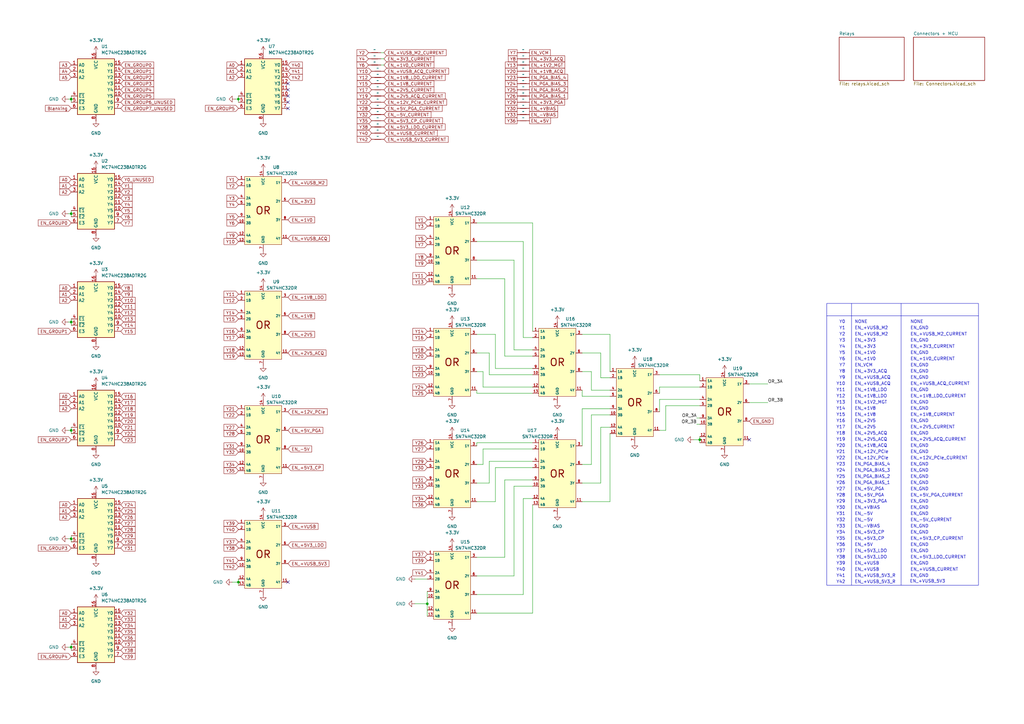
<source format=kicad_sch>
(kicad_sch (version 20250114) (generator "eeschema") (generator_version "9.0")
  (paper "A3")
  (rectangle (start 349.25 124.46) (end 349.25 240.03))
  (rectangle (start 369.57 124.46) (end 369.57 240.03))
  (rectangle (start 339.09 124.46) (end 401.32 240.03))
  (text "EN_+VUSB_5V3_R\n" (at 350.52 238.76 0) (effects (font (size 1.27 1.27)) (justify left)))
  (text "EN_GND" (at 373.38 215.9 0) (effects (font (size 1.27 1.27)) (justify left)))
  (text "EN_+VUSB" (at 350.52 231.14 0) (effects (font (size 1.27 1.27)) (justify left)))
  (text "EN_GND" (at 373.38 152.4 0) (effects (font (size 1.27 1.27)) (justify left)))
  (text "Y38" (at 346.71 228.6 0) (effects (font (size 1.27 1.27)) (justify right)))
  (text "EN_GND" (at 373.38 172.72 0) (effects (font (size 1.27 1.27)) (justify left)))
  (text "EN_GND" (at 373.38 223.52 0) (effects (font (size 1.27 1.27)) (justify left)))
  (text "EN_+1V8_CURRENT" (at 373.38 170.18 0) (effects (font (size 1.27 1.27)) (justify left)))
  (text "EN_GND" (at 373.38 149.86 0) (effects (font (size 1.27 1.27)) (justify left)))
  (text "EN_GND" (at 373.38 185.42 0) (effects (font (size 1.27 1.27)) (justify left)))
  (text "EN_+3V3_CURRENT" (at 373.38 142.24 0) (effects (font (size 1.27 1.27)) (justify left)))
  (text "EN_+2V5_CURRENT" (at 373.38 175.26 0) (effects (font (size 1.27 1.27)) (justify left)))
  (text "EN_PGA_BIAS_2" (at 350.52 195.58 0) (effects (font (size 1.27 1.27)) (justify left)))
  (text "EN_+VBIAS" (at 350.52 208.28 0) (effects (font (size 1.27 1.27)) (justify left)))
  (text "EN_+5V3_LDO" (at 350.52 228.6 0) (effects (font (size 1.27 1.27)) (justify left)))
  (text "Y15" (at 346.71 170.18 0) (effects (font (size 1.27 1.27)) (justify right)))
  (text "Y6" (at 346.71 147.32 0) (effects (font (size 1.27 1.27)) (justify right)))
  (text "EN_GND" (at 373.38 177.8 0) (effects (font (size 1.27 1.27)) (justify left)))
  (text "Y2" (at 346.71 137.16 0) (effects (font (size 1.27 1.27)) (justify right)))
  (text "Y33" (at 346.71 215.9 0) (effects (font (size 1.27 1.27)) (justify right)))
  (text "EN_+5V3_LDO_CURRENT" (at 373.38 228.6 0) (effects (font (size 1.27 1.27)) (justify left)))
  (text "EN_+3V3_ACQ" (at 350.52 152.4 0) (effects (font (size 1.27 1.27)) (justify left)))
  (text "EN_GND" (at 373.38 144.78 0) (effects (font (size 1.27 1.27)) (justify left)))
  (text "EN_GND" (at 373.38 208.28 0) (effects (font (size 1.27 1.27)) (justify left)))
  (text "EN_GND" (at 373.38 198.12 0) (effects (font (size 1.27 1.27)) (justify left)))
  (text "EN_+2V5" (at 350.52 172.72 0) (effects (font (size 1.27 1.27)) (justify left)))
  (text "EN_+VUSB_M2_CURRENT" (at 373.38 137.16 0) (effects (font (size 1.27 1.27)) (justify left)))
  (text "EN_+5V3_CP_CURRENT" (at 373.38 220.98 0) (effects (font (size 1.27 1.27)) (justify left)))
  (text "Y1" (at 346.71 134.62 0) (effects (font (size 1.27 1.27)) (justify right)))
  (text "EN_GND" (at 373.38 200.66 0) (effects (font (size 1.27 1.27)) (justify left)))
  (text "Y34" (at 346.71 218.44 0) (effects (font (size 1.27 1.27)) (justify right)))
  (text "EN_+5V3_CP" (at 350.52 218.44 0) (effects (font (size 1.27 1.27)) (justify left)))
  (text "EN_+12V_PCIe_CURRENT" (at 373.38 187.96 0) (effects (font (size 1.27 1.27)) (justify left)))
  (text "EN_+VUSB_ACQ" (at 350.52 157.48 0) (effects (font (size 1.27 1.27)) (justify left)))
  (text "EN_+VUSB_5V3_R\n" (at 350.52 236.22 0) (effects (font (size 1.27 1.27)) (justify left)))
  (text "Y40" (at 346.71 233.68 0) (effects (font (size 1.27 1.27)) (justify right)))
  (text "EN_+1V2_MGT" (at 350.52 165.1 0) (effects (font (size 1.27 1.27)) (justify left)))
  (text "Y39" (at 346.71 231.14 0) (effects (font (size 1.27 1.27)) (justify right)))
  (text "EN_PGA_BIAS_1" (at 350.52 198.12 0) (effects (font (size 1.27 1.27)) (justify left)))
  (text "EN_GND" (at 373.38 218.44 0) (effects (font (size 1.27 1.27)) (justify left)))
  (text "EN_-5V_CURRENT" (at 373.38 213.36 0) (effects (font (size 1.27 1.27)) (justify left)))
  (text "EN_+3V3" (at 350.52 139.7 0) (effects (font (size 1.27 1.27)) (justify left)))
  (text "EN_VCM" (at 350.52 149.86 0) (effects (font (size 1.27 1.27)) (justify left)))
  (text "Y37" (at 346.71 226.06 0) (effects (font (size 1.27 1.27)) (justify right)))
  (text "EN_GND" (at 373.38 154.94 0) (effects (font (size 1.27 1.27)) (justify left)))
  (text "Y16" (at 346.71 172.72 0) (effects (font (size 1.27 1.27)) (justify right)))
  (text "Y8" (at 346.71 152.4 0) (effects (font (size 1.27 1.27)) (justify right)))
  (text "Y26" (at 346.71 198.12 0) (effects (font (size 1.27 1.27)) (justify right)))
  (text "Y0" (at 346.71 132.08 0) (effects (font (size 1.27 1.27)) (justify right)))
  (text "EN_+1V8_LDO" (at 350.52 162.56 0) (effects (font (size 1.27 1.27)) (justify left)))
  (text "Y5" (at 346.71 144.78 0) (effects (font (size 1.27 1.27)) (justify right)))
  (text "Y23" (at 346.71 190.5 0) (effects (font (size 1.27 1.27)) (justify right)))
  (text "EN_+3V3_PGA" (at 350.52 205.74 0) (effects (font (size 1.27 1.27)) (justify left)))
  (text "EN_+5V3_CP" (at 350.52 220.98 0) (effects (font (size 1.27 1.27)) (justify left)))
  (text "EN_GND" (at 373.38 167.64 0) (effects (font (size 1.27 1.27)) (justify left)))
  (text "EN_+5V_PGA_CURRENT" (at 373.38 203.2 0) (effects (font (size 1.27 1.27)) (justify left)))
  (text "EN_+VUSB_5V3" (at 373.126 238.506 0) (effects (font (size 1.27 1.27)) (justify left)))
  (text "EN_+VUSB" (at 350.52 233.68 0) (effects (font (size 1.27 1.27)) (justify left)))
  (text "Y25" (at 346.71 195.58 0) (effects (font (size 1.27 1.27)) (justify right)))
  (text "EN_+1V8" (at 350.52 170.18 0) (effects (font (size 1.27 1.27)) (justify left)))
  (text "EN_+2V5_ACQ_CURRENT" (at 373.38 180.34 0) (effects (font (size 1.27 1.27)) (justify left)))
  (text "Y29" (at 346.71 205.74 0) (effects (font (size 1.27 1.27)) (justify right)))
  (text "EN_PGA_BIAS_4" (at 350.52 190.5 0) (effects (font (size 1.27 1.27)) (justify left)))
  (text "EN_GND" (at 373.38 236.22 0) (effects (font (size 1.27 1.27)) (justify left)))
  (text "EN_+1V8_LDO" (at 350.52 160.02 0) (effects (font (size 1.27 1.27)) (justify left)))
  (text "EN_GND" (at 373.38 139.7 0) (effects (font (size 1.27 1.27)) (justify left)))
  (text "EN_+VUSB_ACQ" (at 350.52 154.94 0) (effects (font (size 1.27 1.27)) (justify left)))
  (text "Y42" (at 346.71 238.76 0) (effects (font (size 1.27 1.27)) (justify right)))
  (text "EN_GND" (at 373.38 134.62 0) (effects (font (size 1.27 1.27)) (justify left)))
  (text "Y24" (at 346.71 193.04 0) (effects (font (size 1.27 1.27)) (justify right)))
  (text "EN_GND" (at 373.38 160.02 0) (effects (font (size 1.27 1.27)) (justify left)))
  (text "EN_GND" (at 373.38 205.74 0) (effects (font (size 1.27 1.27)) (justify left)))
  (text "EN_+3V3" (at 350.52 142.24 0) (effects (font (size 1.27 1.27)) (justify left)))
  (text "EN_+VUSB_ACQ_CURRENT" (at 373.38 157.48 0) (effects (font (size 1.27 1.27)) (justify left)))
  (text "EN_-5V" (at 350.52 213.36 0) (effects (font (size 1.27 1.27)) (justify left)))
  (text "Y3" (at 346.71 139.7 0) (effects (font (size 1.27 1.27)) (justify right)))
  (text "Y41" (at 346.71 236.22 0) (effects (font (size 1.27 1.27)) (justify right)))
  (text "Y11" (at 346.71 160.02 0) (effects (font (size 1.27 1.27)) (justify right)))
  (text "EN_GND" (at 373.38 226.06 0) (effects (font (size 1.27 1.27)) (justify left)))
  (text "EN_+5V3_LDO" (at 350.52 226.06 0) (effects (font (size 1.27 1.27)) (justify left)))
  (text "EN_GND" (at 373.38 165.1 0) (effects (font (size 1.27 1.27)) (justify left)))
  (text "Y7" (at 346.71 149.86 0) (effects (font (size 1.27 1.27)) (justify right)))
  (text "EN_+2V5_ACQ" (at 350.52 177.8 0) (effects (font (size 1.27 1.27)) (justify left)))
  (text "Y22" (at 346.71 187.96 0) (effects (font (size 1.27 1.27)) (justify right)))
  (text "Y14" (at 346.71 167.64 0) (effects (font (size 1.27 1.27)) (justify right)))
  (text "EN_GND" (at 373.38 182.88 0) (effects (font (size 1.27 1.27)) (justify left)))
  (text "EN_+5V" (at 350.52 223.52 0) (effects (font (size 1.27 1.27)) (justify left)))
  (text "EN_+VUSB_M2" (at 350.52 137.16 0) (effects (font (size 1.27 1.27)) (justify left)))
  (text "EN_+1V0" (at 350.52 144.78 0) (effects (font (size 1.27 1.27)) (justify left)))
  (text "NONE" (at 373.38 132.08 0) (effects (font (size 1.27 1.27)) (justify left)))
  (text "EN_+1V8" (at 350.52 167.64 0) (effects (font (size 1.27 1.27)) (justify left)))
  (text "EN_GND" (at 373.38 190.5 0) (effects (font (size 1.27 1.27)) (justify left)))
  (text "EN_+VUSB_M2" (at 350.52 134.62 0) (effects (font (size 1.27 1.27)) (justify left)))
  (text "Y18" (at 346.71 177.8 0) (effects (font (size 1.27 1.27)) (justify right)))
  (text "EN_-VBIAS" (at 350.52 215.9 0) (effects (font (size 1.27 1.27)) (justify left)))
  (text "EN_GND" (at 373.38 193.04 0) (effects (font (size 1.27 1.27)) (justify left)))
  (text "Y31" (at 346.71 210.82 0) (effects (font (size 1.27 1.27)) (justify right)))
  (text "Y21" (at 346.71 185.42 0) (effects (font (size 1.27 1.27)) (justify right)))
  (text "Y4" (at 346.71 142.24 0) (effects (font (size 1.27 1.27)) (justify right)))
  (text "Y32" (at 346.71 213.36 0) (effects (font (size 1.27 1.27)) (justify right)))
  (text "EN_+5V_PGA" (at 350.52 203.2 0) (effects (font (size 1.27 1.27)) (justify left)))
  (text "EN_+2V5_ACQ" (at 350.52 180.34 0) (effects (font (size 1.27 1.27)) (justify left)))
  (text "EN_+12V_PCIe" (at 350.52 185.42 0) (effects (font (size 1.27 1.27)) (justify left)))
  (text "EN_GND" (at 373.38 231.14 0) (effects (font (size 1.27 1.27)) (justify left)))
  (text "Y30" (at 346.71 208.28 0) (effects (font (size 1.27 1.27)) (justify right)))
  (text "EN_+12V_PCIe" (at 350.52 187.96 0) (effects (font (size 1.27 1.27)) (justify left)))
  (text "Y35" (at 346.71 220.98 0) (effects (font (size 1.27 1.27)) (justify right)))
  (text "Y10" (at 346.71 157.48 0) (effects (font (size 1.27 1.27)) (justify right)))
  (text "EN_+5V_PGA" (at 350.52 200.66 0) (effects (font (size 1.27 1.27)) (justify left)))
  (text "EN_+1V0_CURRENT" (at 373.38 147.32 0) (effects (font (size 1.27 1.27)) (justify left)))
  (text "EN_GND" (at 373.38 195.58 0) (effects (font (size 1.27 1.27)) (justify left)))
  (text "Y27" (at 346.71 200.66 0) (effects (font (size 1.27 1.27)) (justify right)))
  (text "EN_+1V0" (at 350.52 147.32 0) (effects (font (size 1.27 1.27)) (justify left)))
  (text "EN_GND" (at 373.38 210.82 0) (effects (font (size 1.27 1.27)) (justify left)))
  (text "EN_+1V8_LDO_CURRENT" (at 373.38 162.56 0) (effects (font (size 1.27 1.27)) (justify left)))
  (text "Y28" (at 346.71 203.2 0) (effects (font (size 1.27 1.27)) (justify right)))
  (text "NONE" (at 350.52 132.08 0) (effects (font (size 1.27 1.27)) (justify left)))
  (text "EN_-5V" (at 350.52 210.82 0) (effects (font (size 1.27 1.27)) (justify left)))
  (text "Y17" (at 346.71 175.26 0) (effects (font (size 1.27 1.27)) (justify right)))
  (text "Y9" (at 346.71 154.94 0) (effects (font (size 1.27 1.27)) (justify right)))
  (text "Y20" (at 346.71 182.88 0) (effects (font (size 1.27 1.27)) (justify right)))
  (text "EN_+1V8_ACQ" (at 350.52 182.88 0) (effects (font (size 1.27 1.27)) (justify left)))
  (text "Y13" (at 346.71 165.1 0) (effects (font (size 1.27 1.27)) (justify right)))
  (text "EN_+VUSB_CURRENT" (at 373.38 233.68 0) (effects (font (size 1.27 1.27)) (justify left)))
  (text "Y36" (at 346.71 223.52 0) (effects (font (size 1.27 1.27)) (justify right)))
  (text "EN_PGA_BIAS_3" (at 350.52 193.04 0) (effects (font (size 1.27 1.27)) (justify left)))
  (text "EN_+2V5" (at 350.52 175.26 0) (effects (font (size 1.27 1.27)) (justify left)))
  (text "Y12" (at 346.71 162.56 0) (effects (font (size 1.27 1.27)) (justify right)))
  (text "Y19" (at 346.71 180.34 0) (effects (font (size 1.27 1.27)) (justify right)))
  (junction (at 29.21 40.64))
  (junction (at 29.21 87.63))
  (junction (at 29.21 132.08))
  (junction (at 175.26 247.65))
  (junction (at 97.79 40.64))
  (junction (at 97.79 238.76))
  (junction (at 287.02 180.34))
  (junction (at 29.21 176.53))
  (junction (at 29.21 220.98))
  (junction (at 29.21 265.43))
  (no_connect (at 118.11 39.37))
  (no_connect (at 118.11 44.45))
  (no_connect (at 118.11 238.76))
  (no_connect (at 118.11 36.83))
  (no_connect (at 307.34 180.34))
  (no_connect (at 118.11 34.29))
  (no_connect (at 118.11 41.91))
  (wire (pts (xy 218.44 184.15) (xy 198.12 184.15)))
  (wire (pts (xy 170.18 247.65) (xy 175.26 247.65)))
  (wire (pts (xy 97.79 238.76) (xy 97.79 240.03)))
  (wire (pts (xy 203.2 137.16) (xy 203.2 151.13)))
  (wire (pts (xy 250.19 137.16) (xy 238.76 137.16)))
  (wire (pts (xy 218.44 196.85) (xy 207.01 196.85)))
  (wire (pts (xy 97.79 39.37) (xy 97.79 40.64)))
  (wire (pts (xy 157.48 21.59) (xy 156.21 21.59)))
  (wire (pts (xy 214.63 243.84) (xy 195.58 243.84)))
  (wire (pts (xy 270.51 153.67) (xy 287.02 153.67)))
  (wire (pts (xy 238.76 162.56) (xy 250.19 162.56)))
  (wire (pts (xy 238.76 182.88) (xy 238.76 167.64)))
  (wire (pts (xy 200.66 153.67) (xy 218.44 153.67)))
  (wire (pts (xy 210.82 199.39) (xy 210.82 236.22)))
  (wire (pts (xy 238.76 167.64) (xy 250.19 167.64)))
  (wire (pts (xy 27.94 87.63) (xy 29.21 87.63)))
  (wire (pts (xy 250.19 160.02) (xy 242.57 160.02)))
  (wire (pts (xy 207.01 228.6) (xy 195.58 228.6)))
  (wire (pts (xy 200.66 144.78) (xy 200.66 153.67)))
  (wire (pts (xy 170.18 237.49) (xy 175.26 237.49)))
  (wire (pts (xy 285.75 173.99) (xy 287.02 173.99)))
  (wire (pts (xy 207.01 196.85) (xy 207.01 228.6)))
  (wire (pts (xy 97.79 237.49) (xy 97.79 238.76)))
  (wire (pts (xy 195.58 137.16) (xy 203.2 137.16)))
  (wire (pts (xy 29.21 264.16) (xy 29.21 265.43)))
  (wire (pts (xy 242.57 160.02) (xy 242.57 152.4)))
  (wire (pts (xy 246.38 175.26) (xy 246.38 198.12)))
  (wire (pts (xy 287.02 179.07) (xy 287.02 180.34)))
  (wire (pts (xy 270.51 161.29) (xy 270.51 158.75)))
  (wire (pts (xy 273.05 166.37) (xy 273.05 176.53)))
  (wire (pts (xy 29.21 220.98) (xy 29.21 222.25)))
  (wire (pts (xy 157.48 26.67) (xy 156.21 26.67)))
  (wire (pts (xy 203.2 205.74) (xy 195.58 205.74)))
  (wire (pts (xy 218.44 91.44) (xy 218.44 135.89)))
  (wire (pts (xy 195.58 181.61) (xy 218.44 181.61)))
  (wire (pts (xy 218.44 204.47) (xy 214.63 204.47)))
  (wire (pts (xy 214.63 99.06) (xy 214.63 138.43)))
  (wire (pts (xy 200.66 189.23) (xy 200.66 198.12)))
  (wire (pts (xy 214.63 204.47) (xy 214.63 243.84)))
  (wire (pts (xy 307.34 157.48) (xy 314.96 157.48)))
  (wire (pts (xy 198.12 184.15) (xy 198.12 190.5)))
  (wire (pts (xy 95.25 238.76) (xy 97.79 238.76)))
  (wire (pts (xy 246.38 144.78) (xy 238.76 144.78)))
  (wire (pts (xy 287.02 153.67) (xy 287.02 156.21)))
  (wire (pts (xy 96.52 40.64) (xy 97.79 40.64)))
  (wire (pts (xy 242.57 170.18) (xy 250.19 170.18)))
  (wire (pts (xy 218.44 199.39) (xy 210.82 199.39)))
  (wire (pts (xy 218.44 189.23) (xy 200.66 189.23)))
  (wire (pts (xy 238.76 190.5) (xy 242.57 190.5)))
  (wire (pts (xy 287.02 180.34) (xy 287.02 181.61)))
  (wire (pts (xy 198.12 152.4) (xy 198.12 158.75)))
  (wire (pts (xy 210.82 143.51) (xy 218.44 143.51)))
  (wire (pts (xy 210.82 106.68) (xy 210.82 143.51)))
  (wire (pts (xy 246.38 154.94) (xy 246.38 144.78)))
  (wire (pts (xy 175.26 247.65) (xy 175.26 252.73)))
  (wire (pts (xy 273.05 176.53) (xy 270.51 176.53)))
  (wire (pts (xy 218.44 191.77) (xy 203.2 191.77)))
  (wire (pts (xy 27.94 265.43) (xy 29.21 265.43)))
  (wire (pts (xy 270.51 158.75) (xy 287.02 158.75)))
  (wire (pts (xy 207.01 146.05) (xy 207.01 114.3)))
  (wire (pts (xy 195.58 182.88) (xy 195.58 181.61)))
  (wire (pts (xy 29.21 175.26) (xy 29.21 176.53)))
  (wire (pts (xy 29.21 86.36) (xy 29.21 87.63)))
  (wire (pts (xy 29.21 87.63) (xy 29.21 88.9)))
  (polyline (pts (xy 339.09 129.54) (xy 401.32 129.54)))
  (wire (pts (xy 195.58 99.06) (xy 214.63 99.06)))
  (wire (pts (xy 218.44 146.05) (xy 207.01 146.05)))
  (wire (pts (xy 250.19 205.74) (xy 250.19 177.8)))
  (wire (pts (xy 250.19 154.94) (xy 246.38 154.94)))
  (wire (pts (xy 195.58 161.29) (xy 195.58 160.02)))
  (wire (pts (xy 27.94 220.98) (xy 29.21 220.98)))
  (wire (pts (xy 198.12 190.5) (xy 195.58 190.5)))
  (wire (pts (xy 198.12 158.75) (xy 218.44 158.75)))
  (wire (pts (xy 195.58 91.44) (xy 218.44 91.44)))
  (wire (pts (xy 29.21 40.64) (xy 29.21 41.91)))
  (wire (pts (xy 285.75 171.45) (xy 287.02 171.45)))
  (wire (pts (xy 203.2 191.77) (xy 203.2 205.74)))
  (wire (pts (xy 195.58 144.78) (xy 200.66 144.78)))
  (wire (pts (xy 29.21 130.81) (xy 29.21 132.08)))
  (wire (pts (xy 195.58 161.29) (xy 218.44 161.29)))
  (wire (pts (xy 29.21 265.43) (xy 29.21 266.7)))
  (wire (pts (xy 27.94 176.53) (xy 29.21 176.53)))
  (wire (pts (xy 214.63 138.43) (xy 218.44 138.43)))
  (wire (pts (xy 175.26 242.57) (xy 175.26 247.65)))
  (wire (pts (xy 218.44 207.01) (xy 218.44 251.46)))
  (wire (pts (xy 195.58 152.4) (xy 198.12 152.4)))
  (wire (pts (xy 238.76 160.02) (xy 238.76 162.56)))
  (wire (pts (xy 284.48 180.34) (xy 287.02 180.34)))
  (wire (pts (xy 210.82 236.22) (xy 195.58 236.22)))
  (wire (pts (xy 207.01 114.3) (xy 195.58 114.3)))
  (wire (pts (xy 242.57 152.4) (xy 238.76 152.4)))
  (wire (pts (xy 250.19 152.4) (xy 250.19 137.16)))
  (wire (pts (xy 246.38 198.12) (xy 238.76 198.12)))
  (wire (pts (xy 157.48 24.13) (xy 156.21 24.13)))
  (wire (pts (xy 29.21 132.08) (xy 29.21 133.35)))
  (wire (pts (xy 27.94 40.64) (xy 29.21 40.64)))
  (wire (pts (xy 200.66 198.12) (xy 195.58 198.12)))
  (wire (pts (xy 250.19 175.26) (xy 246.38 175.26)))
  (wire (pts (xy 29.21 39.37) (xy 29.21 40.64)))
  (wire (pts (xy 29.21 219.71) (xy 29.21 220.98)))
  (wire (pts (xy 270.51 163.83) (xy 270.51 168.91)))
  (wire (pts (xy 27.94 132.08) (xy 29.21 132.08)))
  (wire (pts (xy 218.44 251.46) (xy 195.58 251.46)))
  (wire (pts (xy 242.57 190.5) (xy 242.57 170.18)))
  (wire (pts (xy 203.2 151.13) (xy 218.44 151.13)))
  (wire (pts (xy 287.02 166.37) (xy 273.05 166.37)))
  (wire (pts (xy 238.76 205.74) (xy 250.19 205.74)))
  (wire (pts (xy 307.34 165.1) (xy 314.96 165.1)))
  (wire (pts (xy 29.21 176.53) (xy 29.21 177.8)))
  (wire (pts (xy 287.02 163.83) (xy 270.51 163.83)))
  (wire (pts (xy 97.79 40.64) (xy 97.79 41.91)))
  (wire (pts (xy 195.58 106.68) (xy 210.82 106.68)))
  (label "OR_3B" (at 285.75 173.99 180))
  (label "OR_3A" (at 285.75 171.45 180))
  (label "OR_3A" (at 314.96 157.48 0))
  (label "OR_3B" (at 314.96 165.1 0))
  (global_label "A0" (shape input) (at 29.21 162.56 180) (property "Intersheetrefs" "${INTERSHEET_REFS}" (effects (hide yes))))
  (global_label "EN_VCM" (shape passive) (at 217.17 21.59 0) (property "Intersheetrefs" "${INTERSHEET_REFS}" (effects (hide yes))))
  (global_label "EN_+5V3_LDO" (shape input) (at 118.11 223.52 0) (property "Intersheetrefs" "${INTERSHEET_REFS}" (effects (hide yes))))
  (global_label "EN_GROUP4" (shape input) (at 49.53 36.83 0) (property "Intersheetrefs" "${INTERSHEET_REFS}" (effects (hide yes))))
  (global_label "EN_+2V5_ACQ" (shape input) (at 118.11 144.78 0) (property "Intersheetrefs" "${INTERSHEET_REFS}" (effects (hide yes))))
  (global_label "Y31" (shape input) (at 97.79 182.88 180) (property "Intersheetrefs" "${INTERSHEET_REFS}" (effects (hide yes))))
  (global_label "EN_PGA_BIAS_1" (shape passive) (at 217.17 39.37 0) (property "Intersheetrefs" "${INTERSHEET_REFS}" (effects (hide yes))))
  (global_label "Y10" (shape input) (at 97.79 99.06 180) (property "Intersheetrefs" "${INTERSHEET_REFS}" (effects (hide yes))))
  (global_label "EN_PGA_BIAS_3" (shape passive) (at 217.17 34.29 0) (property "Intersheetrefs" "${INTERSHEET_REFS}" (effects (hide yes))))
  (global_label "EN_+1V8_LDO_CURRENT" (shape input) (at 157.48 31.75 0) (property "Intersheetrefs" "${INTERSHEET_REFS}" (effects (hide yes))))
  (global_label "EN_+2V5_CURRENT" (shape input) (at 157.48 36.83 0) (property "Intersheetrefs" "${INTERSHEET_REFS}" (effects (hide yes))))
  (global_label "Y42" (shape input) (at 152.4 57.15 180) (property "Intersheetrefs" "${INTERSHEET_REFS}" (effects (hide yes))))
  (global_label "Y31" (shape input) (at 175.26 196.85 180) (property "Intersheetrefs" "${INTERSHEET_REFS}" (effects (hide yes))))
  (global_label "Y14" (shape input) (at 97.79 128.27 180) (property "Intersheetrefs" "${INTERSHEET_REFS}" (effects (hide yes))))
  (global_label "Y19" (shape input) (at 152.4 39.37 180) (property "Intersheetrefs" "${INTERSHEET_REFS}" (effects (hide yes))))
  (global_label "Y10" (shape input) (at 152.4 29.21 180) (property "Intersheetrefs" "${INTERSHEET_REFS}" (effects (hide yes))))
  (global_label "Y13" (shape passive) (at 212.09 26.67 180) (property "Intersheetrefs" "${INTERSHEET_REFS}" (effects (hide yes))))
  (global_label "Y30" (shape passive) (at 212.09 44.45 180) (property "Intersheetrefs" "${INTERSHEET_REFS}" (effects (hide yes))))
  (global_label "Y34" (shape input) (at 175.26 204.47 180) (property "Intersheetrefs" "${INTERSHEET_REFS}" (effects (hide yes))))
  (global_label "Y25" (shape input) (at 175.26 161.29 180) (property "Intersheetrefs" "${INTERSHEET_REFS}" (effects (hide yes))))
  (global_label "Y38" (shape input) (at 152.4 52.07 180) (property "Intersheetrefs" "${INTERSHEET_REFS}" (effects (hide yes))))
  (global_label "Y33" (shape passive) (at 212.09 46.99 180) (property "Intersheetrefs" "${INTERSHEET_REFS}" (effects (hide yes))))
  (global_label "Y35" (shape input) (at 152.4 49.53 180) (property "Intersheetrefs" "${INTERSHEET_REFS}" (effects (hide yes))))
  (global_label "EN_+2V5" (shape input) (at 118.11 137.16 0) (property "Intersheetrefs" "${INTERSHEET_REFS}" (effects (hide yes))))
  (global_label "EN_GROUP3" (shape input) (at 29.21 224.79 180) (property "Intersheetrefs" "${INTERSHEET_REFS}" (effects (hide yes))))
  (global_label "EN_-VBIAS" (shape passive) (at 217.17 46.99 0) (property "Intersheetrefs" "${INTERSHEET_REFS}" (effects (hide yes))))
  (global_label "Blanking" (shape input) (at 29.21 44.45 180) (property "Intersheetrefs" "${INTERSHEET_REFS}" (effects (hide yes))))
  (global_label "Y36" (shape input) (at 49.53 261.62 0) (property "Intersheetrefs" "${INTERSHEET_REFS}" (effects (hide yes))))
  (global_label "Y25" (shape input) (at 49.53 209.55 0) (property "Intersheetrefs" "${INTERSHEET_REFS}" (effects (hide yes))))
  (global_label "Y26" (shape input) (at 175.26 181.61 180) (property "Intersheetrefs" "${INTERSHEET_REFS}" (effects (hide yes))))
  (global_label "Y0_UNUSED" (shape input) (at 49.53 73.66 0) (property "Intersheetrefs" "${INTERSHEET_REFS}" (effects (hide yes))))
  (global_label "Y17" (shape input) (at 97.79 138.43 180) (property "Intersheetrefs" "${INTERSHEET_REFS}" (effects (hide yes))))
  (global_label "Y27" (shape input) (at 97.79 175.26 180) (property "Intersheetrefs" "${INTERSHEET_REFS}" (effects (hide yes))))
  (global_label "Y20" (shape input) (at 49.53 172.72 0) (property "Intersheetrefs" "${INTERSHEET_REFS}" (effects (hide yes))))
  (global_label "Y6" (shape input) (at 49.53 88.9 0) (property "Intersheetrefs" "${INTERSHEET_REFS}" (effects (hide yes))))
  (global_label "Y7" (shape passive) (at 212.09 21.59 180) (property "Intersheetrefs" "${INTERSHEET_REFS}" (effects (hide yes))))
  (global_label "Y16" (shape input) (at 175.26 138.43 180) (property "Intersheetrefs" "${INTERSHEET_REFS}" (effects (hide yes))))
  (global_label "Y17" (shape input) (at 152.4 36.83 180) (property "Intersheetrefs" "${INTERSHEET_REFS}" (effects (hide yes))))
  (global_label "EN_+5V" (shape passive) (at 217.17 49.53 0) (property "Intersheetrefs" "${INTERSHEET_REFS}" (effects (hide yes))))
  (global_label "Y27" (shape input) (at 175.26 184.15 180) (property "Intersheetrefs" "${INTERSHEET_REFS}" (effects (hide yes))))
  (global_label "EN_GROUP3" (shape input) (at 49.53 34.29 0) (property "Intersheetrefs" "${INTERSHEET_REFS}" (effects (hide yes))))
  (global_label "Y8" (shape input) (at 175.26 105.41 180) (property "Intersheetrefs" "${INTERSHEET_REFS}" (effects (hide yes))))
  (global_label "A0" (shape input) (at 97.79 26.67 180) (property "Intersheetrefs" "${INTERSHEET_REFS}" (effects (hide yes))))
  (global_label "EN_+12V_PCIe" (shape input) (at 118.11 168.91 0) (property "Intersheetrefs" "${INTERSHEET_REFS}" (effects (hide yes))))
  (global_label "Y30" (shape input) (at 175.26 191.77 180) (property "Intersheetrefs" "${INTERSHEET_REFS}" (effects (hide yes))))
  (global_label "A2" (shape input) (at 29.21 256.54 180) (property "Intersheetrefs" "${INTERSHEET_REFS}" (effects (hide yes))))
  (global_label "Y14" (shape input) (at 175.26 135.89 180) (property "Intersheetrefs" "${INTERSHEET_REFS}" (effects (hide yes))))
  (global_label "Y36" (shape passive) (at 212.09 49.53 180) (property "Intersheetrefs" "${INTERSHEET_REFS}" (effects (hide yes))))
  (global_label "Y22" (shape input) (at 49.53 177.8 0) (property "Intersheetrefs" "${INTERSHEET_REFS}" (effects (hide yes))))
  (global_label "EN_+1V8_CURRENT" (shape input) (at 157.48 34.29 0) (property "Intersheetrefs" "${INTERSHEET_REFS}" (effects (hide yes))))
  (global_label "Y9" (shape input) (at 175.26 107.95 180) (property "Intersheetrefs" "${INTERSHEET_REFS}" (effects (hide yes))))
  (global_label "Y18" (shape input) (at 49.53 167.64 0) (property "Intersheetrefs" "${INTERSHEET_REFS}" (effects (hide yes))))
  (global_label "Y6" (shape input) (at 151.13 26.67 180) (property "Intersheetrefs" "${INTERSHEET_REFS}" (effects (hide yes))))
  (global_label "Y3" (shape input) (at 97.79 81.28 180) (property "Intersheetrefs" "${INTERSHEET_REFS}" (effects (hide yes))))
  (global_label "Y39" (shape input) (at 97.79 214.63 180) (property "Intersheetrefs" "${INTERSHEET_REFS}" (effects (hide yes))))
  (global_label "Y35" (shape input) (at 97.79 193.04 180) (property "Intersheetrefs" "${INTERSHEET_REFS}" (effects (hide yes))))
  (global_label "Y28" (shape input) (at 49.53 217.17 0) (property "Intersheetrefs" "${INTERSHEET_REFS}" (effects (hide yes))))
  (global_label "Y11" (shape input) (at 49.53 125.73 0) (property "Intersheetrefs" "${INTERSHEET_REFS}" (effects (hide yes))))
  (global_label "Y24" (shape passive) (at 212.09 34.29 180) (property "Intersheetrefs" "${INTERSHEET_REFS}" (effects (hide yes))))
  (global_label "Y18" (shape input) (at 97.79 143.51 180) (property "Intersheetrefs" "${INTERSHEET_REFS}" (effects (hide yes))))
  (global_label "Y19" (shape input) (at 49.53 170.18 0) (property "Intersheetrefs" "${INTERSHEET_REFS}" (effects (hide yes))))
  (global_label "Y41" (shape input) (at 175.26 234.95 180) (property "Intersheetrefs" "${INTERSHEET_REFS}" (effects (hide yes))))
  (global_label "Y20" (shape input) (at 175.26 146.05 180) (property "Intersheetrefs" "${INTERSHEET_REFS}" (effects (hide yes))))
  (global_label "A0" (shape input) (at 29.21 251.46 180) (property "Intersheetrefs" "${INTERSHEET_REFS}" (effects (hide yes))))
  (global_label "Y22" (shape input) (at 97.79 170.18 180) (property "Intersheetrefs" "${INTERSHEET_REFS}" (effects (hide yes))))
  (global_label "EN_+3V3" (shape input) (at 118.11 82.55 0) (property "Intersheetrefs" "${INTERSHEET_REFS}" (effects (hide yes))))
  (global_label "EN_GROUP2" (shape input) (at 49.53 31.75 0) (property "Intersheetrefs" "${INTERSHEET_REFS}" (effects (hide yes))))
  (global_label "EN_+VUSB_M2_CURRENT" (shape input) (at 157.48 21.59 0) (property "Intersheetrefs" "${INTERSHEET_REFS}" (effects (hide yes))))
  (global_label "Y28" (shape input) (at 152.4 44.45 180) (property "Intersheetrefs" "${INTERSHEET_REFS}" (effects (hide yes))))
  (global_label "EN_+3V3_CURRENT" (shape input) (at 157.48 24.13 0) (property "Intersheetrefs" "${INTERSHEET_REFS}" (effects (hide yes))))
  (global_label "Y12" (shape input) (at 49.53 128.27 0) (property "Intersheetrefs" "${INTERSHEET_REFS}" (effects (hide yes))))
  (global_label "Y24" (shape input) (at 49.53 207.01 0) (property "Intersheetrefs" "${INTERSHEET_REFS}" (effects (hide yes))))
  (global_label "EN_PGA_BIAS_2" (shape passive) (at 217.17 36.83 0) (property "Intersheetrefs" "${INTERSHEET_REFS}" (effects (hide yes))))
  (global_label "EN_GROUP5" (shape input) (at 97.79 44.45 180) (property "Intersheetrefs" "${INTERSHEET_REFS}" (effects (hide yes))))
  (global_label "A2" (shape input) (at 29.21 78.74 180) (property "Intersheetrefs" "${INTERSHEET_REFS}" (effects (hide yes))))
  (global_label "EN_GROUP7_UNUSED" (shape input) (at 49.53 44.45 0) (property "Intersheetrefs" "${INTERSHEET_REFS}" (effects (hide yes))))
  (global_label "Y11" (shape input) (at 97.79 120.65 180) (property "Intersheetrefs" "${INTERSHEET_REFS}" (effects (hide yes))))
  (global_label "Y40" (shape input) (at 152.4 54.61 180) (property "Intersheetrefs" "${INTERSHEET_REFS}" (effects (hide yes))))
  (global_label "Y38" (shape input) (at 49.53 266.7 0) (property "Intersheetrefs" "${INTERSHEET_REFS}" (effects (hide yes))))
  (global_label "Y21" (shape input) (at 49.53 175.26 0) (property "Intersheetrefs" "${INTERSHEET_REFS}" (effects (hide yes))))
  (global_label "EN_+12V_PCIe_CURRENT" (shape input) (at 157.48 41.91 0) (property "Intersheetrefs" "${INTERSHEET_REFS}" (effects (hide yes))))
  (global_label "EN_GROUP4" (shape input) (at 29.21 269.24 180) (property "Intersheetrefs" "${INTERSHEET_REFS}" (effects (hide yes))))
  (global_label "EN_+1V8_ACQ" (shape passive) (at 217.17 29.21 0) (property "Intersheetrefs" "${INTERSHEET_REFS}" (effects (hide yes))))
  (global_label "Y38" (shape input) (at 97.79 224.79 180) (property "Intersheetrefs" "${INTERSHEET_REFS}" (effects (hide yes))))
  (global_label "Y29" (shape input) (at 175.26 189.23 180) (property "Intersheetrefs" "${INTERSHEET_REFS}" (effects (hide yes))))
  (global_label "Y15" (shape input) (at 49.53 135.89 0) (property "Intersheetrefs" "${INTERSHEET_REFS}" (effects (hide yes))))
  (global_label "EN_+5V3_CP_CURRENT" (shape input) (at 157.48 49.53 0) (property "Intersheetrefs" "${INTERSHEET_REFS}" (effects (hide yes))))
  (global_label "Y42" (shape input) (at 118.11 31.75 0) (property "Intersheetrefs" "${INTERSHEET_REFS}" (effects (hide yes))))
  (global_label "Y34" (shape input) (at 49.53 256.54 0) (property "Intersheetrefs" "${INTERSHEET_REFS}" (effects (hide yes))))
  (global_label "Y5" (shape input) (at 49.53 86.36 0) (property "Intersheetrefs" "${INTERSHEET_REFS}" (effects (hide yes))))
  (global_label "A2" (shape input) (at 97.79 31.75 180) (property "Intersheetrefs" "${INTERSHEET_REFS}" (effects (hide yes))))
  (global_label "A2" (shape input) (at 29.21 167.64 180) (property "Intersheetrefs" "${INTERSHEET_REFS}" (effects (hide yes))))
  (global_label "Y36" (shape input) (at 175.26 207.01 180) (property "Intersheetrefs" "${INTERSHEET_REFS}" (effects (hide yes))))
  (global_label "Y2" (shape input) (at 49.53 78.74 0) (property "Intersheetrefs" "${INTERSHEET_REFS}" (effects (hide yes))))
  (global_label "Y27" (shape input) (at 49.53 214.63 0) (property "Intersheetrefs" "${INTERSHEET_REFS}" (effects (hide yes))))
  (global_label "Y42" (shape input) (at 97.79 232.41 180) (property "Intersheetrefs" "${INTERSHEET_REFS}" (effects (hide yes))))
  (global_label "EN_+1V0_CURRENT" (shape input) (at 157.48 26.67 0) (property "Intersheetrefs" "${INTERSHEET_REFS}" (effects (hide yes))))
  (global_label "Y7" (shape input) (at 175.26 100.33 180) (property "Intersheetrefs" "${INTERSHEET_REFS}" (effects (hide yes))))
  (global_label "Y35" (shape input) (at 49.53 259.08 0) (property "Intersheetrefs" "${INTERSHEET_REFS}" (effects (hide yes))))
  (global_label "Y1" (shape input) (at 49.53 76.2 0) (property "Intersheetrefs" "${INTERSHEET_REFS}" (effects (hide yes))))
  (global_label "Y2" (shape input) (at 151.13 21.59 180) (property "Intersheetrefs" "${INTERSHEET_REFS}" (effects (hide yes))))
  (global_label "Y32" (shape input) (at 97.79 185.42 180) (property "Intersheetrefs" "${INTERSHEET_REFS}" (effects (hide yes))))
  (global_label "EN_+VUSB_ACQ_CURRENT" (shape input) (at 157.48 29.21 0) (property "Intersheetrefs" "${INTERSHEET_REFS}" (effects (hide yes))))
  (global_label "EN_+5V_PGA_CURRENT" (shape input) (at 157.48 44.45 0) (property "Intersheetrefs" "${INTERSHEET_REFS}" (effects (hide yes))))
  (global_label "Y21" (shape input) (at 175.26 151.13 180) (property "Intersheetrefs" "${INTERSHEET_REFS}" (effects (hide yes))))
  (global_label "Y18" (shape input) (at 175.26 143.51 180) (property "Intersheetrefs" "${INTERSHEET_REFS}" (effects (hide yes))))
  (global_label "A0" (shape input) (at 29.21 73.66 180) (property "Intersheetrefs" "${INTERSHEET_REFS}" (effects (hide yes))))
  (global_label "Y32" (shape input) (at 49.53 251.46 0) (property "Intersheetrefs" "${INTERSHEET_REFS}" (effects (hide yes))))
  (global_label "EN_GROUP5" (shape input) (at 49.53 39.37 0) (property "Intersheetrefs" "${INTERSHEET_REFS}" (effects (hide yes))))
  (global_label "A0" (shape input) (at 29.21 118.11 180) (property "Intersheetrefs" "${INTERSHEET_REFS}" (effects (hide yes))))
  (global_label "Y3" (shape input) (at 49.53 81.28 0) (property "Intersheetrefs" "${INTERSHEET_REFS}" (effects (hide yes))))
  (global_label "EN_PGA_BIAS_4" (shape passive) (at 217.17 31.75 0) (property "Intersheetrefs" "${INTERSHEET_REFS}" (effects (hide yes))))
  (global_label "EN_+VBIAS" (shape passive) (at 217.17 44.45 0) (property "Intersheetrefs" "${INTERSHEET_REFS}" (effects (hide yes))))
  (global_label "A1" (shape input) (at 97.79 29.21 180) (property "Intersheetrefs" "${INTERSHEET_REFS}" (effects (hide yes))))
  (global_label "Y10" (shape input) (at 49.53 123.19 0) (property "Intersheetrefs" "${INTERSHEET_REFS}" (effects (hide yes))))
  (global_label "EN_GND" (shape input) (at 307.34 172.72 0) (property "Intersheetrefs" "${INTERSHEET_REFS}" (effects (hide yes))))
  (global_label "Y1" (shape input) (at 175.26 90.17 180) (property "Intersheetrefs" "${INTERSHEET_REFS}" (effects (hide yes))))
  (global_label "Y11" (shape input) (at 175.26 113.03 180) (property "Intersheetrefs" "${INTERSHEET_REFS}" (effects (hide yes))))
  (global_label "EN_GROUP0" (shape input) (at 29.21 91.44 180) (property "Intersheetrefs" "${INTERSHEET_REFS}" (effects (hide yes))))
  (global_label "A1" (shape input) (at 29.21 120.65 180) (property "Intersheetrefs" "${INTERSHEET_REFS}" (effects (hide yes))))
  (global_label "Y9" (shape input) (at 49.53 120.65 0) (property "Intersheetrefs" "${INTERSHEET_REFS}" (effects (hide yes))))
  (global_label "Y25" (shape passive) (at 212.09 36.83 180) (property "Intersheetrefs" "${INTERSHEET_REFS}" (effects (hide yes))))
  (global_label "Y30" (shape input) (at 49.53 222.25 0) (property "Intersheetrefs" "${INTERSHEET_REFS}" (effects (hide yes))))
  (global_label "EN_+1V2_MGT" (shape passive) (at 217.17 26.67 0) (property "Intersheetrefs" "${INTERSHEET_REFS}" (effects (hide yes))))
  (global_label "A5" (shape input) (at 29.21 31.75 180) (property "Intersheetrefs" "${INTERSHEET_REFS}" (effects (hide yes))))
  (global_label "Y34" (shape input) (at 97.79 190.5 180) (property "Intersheetrefs" "${INTERSHEET_REFS}" (effects (hide yes))))
  (global_label "Y8" (shape passive) (at 212.09 24.13 180) (property "Intersheetrefs" "${INTERSHEET_REFS}" (effects (hide yes))))
  (global_label "Y39" (shape input) (at 175.26 229.87 180) (property "Intersheetrefs" "${INTERSHEET_REFS}" (effects (hide yes))))
  (global_label "Y14" (shape input) (at 49.53 133.35 0) (property "Intersheetrefs" "${INTERSHEET_REFS}" (effects (hide yes))))
  (global_label "Y23" (shape input) (at 175.26 153.67 180) (property "Intersheetrefs" "${INTERSHEET_REFS}" (effects (hide yes))))
  (global_label "Y41" (shape input) (at 97.79 229.87 180) (property "Intersheetrefs" "${INTERSHEET_REFS}" (effects (hide yes))))
  (global_label "EN_+VUSB_ACQ" (shape input) (at 118.11 97.79 0) (property "Intersheetrefs" "${INTERSHEET_REFS}" (effects (hide yes))))
  (global_label "EN_+5V_PGA" (shape input) (at 118.11 176.53 0) (property "Intersheetrefs" "${INTERSHEET_REFS}" (effects (hide yes))))
  (global_label "Y2" (shape input) (at 97.79 76.2 180) (property "Intersheetrefs" "${INTERSHEET_REFS}" (effects (hide yes))))
  (global_label "EN_+5V3_LDO_CURRENT" (shape input) (at 157.48 52.07 0) (property "Intersheetrefs" "${INTERSHEET_REFS}" (effects (hide yes))))
  (global_label "Y22" (shape input) (at 152.4 41.91 180) (property "Intersheetrefs" "${INTERSHEET_REFS}" (effects (hide yes))))
  (global_label "Y21" (shape input) (at 97.79 167.64 180) (property "Intersheetrefs" "${INTERSHEET_REFS}" (effects (hide yes))))
  (global_label "EN_GROUP2" (shape input) (at 29.21 180.34 180) (property "Intersheetrefs" "${INTERSHEET_REFS}" (effects (hide yes))))
  (global_label "EN_+VUSB" (shape input) (at 118.11 215.9 0) (property "Intersheetrefs" "${INTERSHEET_REFS}" (effects (hide yes))))
  (global_label "Y8" (shape input) (at 49.53 118.11 0) (property "Intersheetrefs" "${INTERSHEET_REFS}" (effects (hide yes))))
  (global_label "Y40" (shape input) (at 97.79 217.17 180) (property "Intersheetrefs" "${INTERSHEET_REFS}" (effects (hide yes))))
  (global_label "Y15" (shape input) (at 97.79 130.81 180) (property "Intersheetrefs" "${INTERSHEET_REFS}" (effects (hide yes))))
  (global_label "Y4" (shape input) (at 151.13 24.13 180) (property "Intersheetrefs" "${INTERSHEET_REFS}" (effects (hide yes))))
  (global_label "A3" (shape input) (at 29.21 26.67 180) (property "Intersheetrefs" "${INTERSHEET_REFS}" (effects (hide yes))))
  (global_label "EN_-5V_CURRENT" (shape input) (at 157.48 46.99 0) (property "Intersheetrefs" "${INTERSHEET_REFS}" (effects (hide yes))))
  (global_label "A1" (shape input) (at 29.21 76.2 180) (property "Intersheetrefs" "${INTERSHEET_REFS}" (effects (hide yes))))
  (global_label "Y17" (shape input) (at 49.53 165.1 0) (property "Intersheetrefs" "${INTERSHEET_REFS}" (effects (hide yes))))
  (global_label "Y15" (shape input) (at 152.4 34.29 180) (property "Intersheetrefs" "${INTERSHEET_REFS}" (effects (hide yes))))
  (global_label "Y23" (shape passive) (at 212.09 31.75 180) (property "Intersheetrefs" "${INTERSHEET_REFS}" (effects (hide yes))))
  (global_label "EN_GROUP1" (shape input) (at 29.21 135.89 180) (property "Intersheetrefs" "${INTERSHEET_REFS}" (effects (hide yes))))
  (global_label "Y7" (shape input) (at 49.53 91.44 0) (property "Intersheetrefs" "${INTERSHEET_REFS}" (effects (hide yes))))
  (global_label "Y16" (shape input) (at 49.53 162.56 0) (property "Intersheetrefs" "${INTERSHEET_REFS}" (effects (hide yes))))
  (global_label "A1" (shape input) (at 29.21 165.1 180) (property "Intersheetrefs" "${INTERSHEET_REFS}" (effects (hide yes))))
  (global_label "Y12" (shape input) (at 97.79 123.19 180) (property "Intersheetrefs" "${INTERSHEET_REFS}" (effects (hide yes))))
  (global_label "Y1" (shape input) (at 97.79 73.66 180) (property "Intersheetrefs" "${INTERSHEET_REFS}" (effects (hide yes))))
  (global_label "EN_GROUP0" (shape input) (at 49.53 26.67 0) (property "Intersheetrefs" "${INTERSHEET_REFS}" (effects (hide yes))))
  (global_label "A4" (shape input) (at 29.21 29.21 180) (property "Intersheetrefs" "${INTERSHEET_REFS}" (effects (hide yes))))
  (global_label "Y4" (shape input) (at 49.53 83.82 0) (property "Intersheetrefs" "${INTERSHEET_REFS}" (effects (hide yes))))
  (global_label "Y3" (shape input) (at 175.26 92.71 180) (property "Intersheetrefs" "${INTERSHEET_REFS}" (effects (hide yes))))
  (global_label "EN_+VUSB_M2" (shape input) (at 118.11 74.93 0) (property "Intersheetrefs" "${INTERSHEET_REFS}" (effects (hide yes))))
  (global_label "Y16" (shape input) (at 97.79 135.89 180) (property "Intersheetrefs" "${INTERSHEET_REFS}" (effects (hide yes))))
  (global_label "Y33" (shape input) (at 175.26 199.39 180) (property "Intersheetrefs" "${INTERSHEET_REFS}" (effects (hide yes))))
  (global_label "Y23" (shape input) (at 49.53 180.34 0) (property "Intersheetrefs" "${INTERSHEET_REFS}" (effects (hide yes))))
  (global_label "Y32" (shape input) (at 152.4 46.99 180) (property "Intersheetrefs" "${INTERSHEET_REFS}" (effects (hide yes))))
  (global_label "EN_GROUP1" (shape input) (at 49.53 29.21 0) (property "Intersheetrefs" "${INTERSHEET_REFS}" (effects (hide yes))))
  (global_label "EN_+2V5_ACQ_CURRENT" (shape input) (at 157.48 39.37 0) (property "Intersheetrefs" "${INTERSHEET_REFS}" (effects (hide yes))))
  (global_label "A0" (shape input) (at 29.21 207.01 180) (property "Intersheetrefs" "${INTERSHEET_REFS}" (effects (hide yes))))
  (global_label "EN_+VUSB_CURRENT" (shape input) (at 157.48 54.61 0) (property "Intersheetrefs" "${INTERSHEET_REFS}" (effects (hide yes))))
  (global_label "EN_+VUSB_5V3" (shape input) (at 118.11 231.14 0) (property "Intersheetrefs" "${INTERSHEET_REFS}" (effects (hide yes))))
  (global_label "A1" (shape input) (at 29.21 254 180) (property "Intersheetrefs" "${INTERSHEET_REFS}" (effects (hide yes))))
  (global_label "Y24" (shape input) (at 175.26 158.75 180) (property "Intersheetrefs" "${INTERSHEET_REFS}" (effects (hide yes))))
  (global_label "Y37" (shape input) (at 97.79 222.25 180) (property "Intersheetrefs" "${INTERSHEET_REFS}" (effects (hide yes))))
  (global_label "Y31" (shape input) (at 49.53 224.79 0) (property "Intersheetrefs" "${INTERSHEET_REFS}" (effects (hide yes))))
  (global_label "Y29" (shape input) (at 49.53 219.71 0) (property "Intersheetrefs" "${INTERSHEET_REFS}" (effects (hide yes))))
  (global_label "Y13" (shape input) (at 175.26 115.57 180) (property "Intersheetrefs" "${INTERSHEET_REFS}" (effects (hide yes))))
  (global_label "Y5" (shape input) (at 97.79 88.9 180) (property "Intersheetrefs" "${INTERSHEET_REFS}" (effects (hide yes))))
  (global_label "Y29" (shape passive) (at 212.09 41.91 180) (property "Intersheetrefs" "${INTERSHEET_REFS}" (effects (hide yes))))
  (global_label "A2" (shape input) (at 29.21 123.19 180) (property "Intersheetrefs" "${INTERSHEET_REFS}" (effects (hide yes))))
  (global_label "EN_+1V8_LDO" (shape input) (at 118.11 121.92 0) (property "Intersheetrefs" "${INTERSHEET_REFS}" (effects (hide yes))))
  (global_label "EN_+3V3_PGA" (shape passive) (at 217.17 41.91 0) (property "Intersheetrefs" "${INTERSHEET_REFS}" (effects (hide yes))))
  (global_label "EN_+5V3_CP" (shape input) (at 118.11 191.77 0) (property "Intersheetrefs" "${INTERSHEET_REFS}" (effects (hide yes))))
  (global_label "Y28" (shape input) (at 97.79 177.8 180) (property "Intersheetrefs" "${INTERSHEET_REFS}" (effects (hide yes))))
  (global_label "Y37" (shape input) (at 175.26 227.33 180) (property "Intersheetrefs" "${INTERSHEET_REFS}" (effects (hide yes))))
  (global_label "EN_+VUSB_5V3_CURRENT" (shape input) (at 157.48 57.15 0) (property "Intersheetrefs" "${INTERSHEET_REFS}" (effects (hide yes))))
  (global_label "Y40" (shape input) (at 118.11 26.67 0) (property "Intersheetrefs" "${INTERSHEET_REFS}" (effects (hide yes))))
  (global_label "Y13" (shape input) (at 49.53 130.81 0) (property "Intersheetrefs" "${INTERSHEET_REFS}" (effects (hide yes))))
  (global_label "Y12" (shape input) (at 152.4 31.75 180) (property "Intersheetrefs" "${INTERSHEET_REFS}" (effects (hide yes))))
  (global_label "Y5" (shape input) (at 175.26 97.79 180) (property "Intersheetrefs" "${INTERSHEET_REFS}" (effects (hide yes))))
  (global_label "Y6" (shape input) (at 97.79 91.44 180) (property "Intersheetrefs" "${INTERSHEET_REFS}" (effects (hide yes))))
  (global_label "Y19" (shape input) (at 97.79 146.05 180) (property "Intersheetrefs" "${INTERSHEET_REFS}" (effects (hide yes))))
  (global_label "EN_+1V0" (shape input) (at 118.11 90.17 0) (property "Intersheetrefs" "${INTERSHEET_REFS}" (effects (hide yes))))
  (global_label "Y37" (shape input) (at 49.53 264.16 0) (property "Intersheetrefs" "${INTERSHEET_REFS}" (effects (hide yes))))
  (global_label "EN_-5V" (shape input) (at 118.11 184.15 0) (property "Intersheetrefs" "${INTERSHEET_REFS}" (effects (hide yes))))
  (global_label "Y26" (shape passive) (at 212.09 39.37 180) (property "Intersheetrefs" "${INTERSHEET_REFS}" (effects (hide yes))))
  (global_label "A1" (shape input) (at 29.21 209.55 180) (property "Intersheetrefs" "${INTERSHEET_REFS}" (effects (hide yes))))
  (global_label "Y20" (shape passive) (at 212.09 29.21 180) (property "Intersheetrefs" "${INTERSHEET_REFS}" (effects (hide yes))))
  (global_label "EN_+3V3_ACQ" (shape passive) (at 217.17 24.13 0) (property "Intersheetrefs" "${INTERSHEET_REFS}" (effects (hide yes))))
  (global_label "Y26" (shape input) (at 49.53 212.09 0) (property "Intersheetrefs" "${INTERSHEET_REFS}" (effects (hide yes))))
  (global_label "Y39" (shape input) (at 49.53 269.24 0) (property "Intersheetrefs" "${INTERSHEET_REFS}" (effects (hide yes))))
  (global_label "EN_GROUP6_UNUSED" (shape input) (at 49.53 41.91 0) (property "Intersheetrefs" "${INTERSHEET_REFS}" (effects (hide yes))))
  (global_label "Y41" (shape input) (at 118.11 29.21 0) (property "Intersheetrefs" "${INTERSHEET_REFS}" (effects (hide yes))))
  (global_label "Y33" (shape input) (at 49.53 254 0) (property "Intersheetrefs" "${INTERSHEET_REFS}" (effects (hide yes))))
  (global_label "A2" (shape input) (at 29.21 212.09 180) (property "Intersheetrefs" "${INTERSHEET_REFS}" (effects (hide yes))))
  (global_label "Y9" (shape input) (at 97.79 96.52 180) (property "Intersheetrefs" "${INTERSHEET_REFS}" (effects (hide yes))))
  (global_label "Y4" (shape input) (at 97.79 83.82 180) (property "Intersheetrefs" "${INTERSHEET_REFS}" (effects (hide yes))))
  (global_label "EN_+1V8" (shape input) (at 118.11 129.54 0) (property "Intersheetrefs" "${INTERSHEET_REFS}" (effects (hide yes))))
  (symbol (lib_id "power:GND") (at 27.94 265.43 270) (unit 1)
    (property "Reference" "#PWR0170" (effects (hide yes)))
    (property "Value" "GND" (at 24.13 265.4299 90) (effects (justify right)))
    (property "Description" "Power symbol creates a global label with name \"GND\" , ground" (effects (hide yes)))
  )
  (symbol (lib_id "power:GND") (at 107.95 196.85 0) (unit 1)
    (property "Reference" "#PWR0165" (effects (hide yes)))
    (property "Value" "GND" (at 107.95 201.93 0))
    (property "Description" "Power symbol creates a global label with name \"GND\" , ground" (effects (hide yes)))
  )
  (symbol (lib_id "Device:NetTie_2") (at 153.67 24.13 0) (unit 1) (in_bom no)
    (property "Reference" "NT2" (effects (hide yes)))
    (property "Value" "~" (at 153.67 22.86 0))
    (property "Footprint" "NetTie:NetTie-2_SMD_Pad0.5mm" (effects (hide yes)))
    (property "Description" "Net tie, 2 pins" (effects (hide yes)))
  )
  (symbol (lib_id "power:+3.3V") (at 107.95 21.59 0) (unit 1)
    (property "Reference" "#PWR0143" (effects (hide yes)))
    (property "Value" "+3.3V" (at 107.95 16.51 0))
    (property "Description" "Power symbol creates a global label with name \"+3.3V\"" (effects (hide yes)))
  )
  (symbol (lib_id "power:GND") (at 170.18 237.49 270) (unit 1)
    (property "Reference" "#PWR0236" (effects (hide yes)))
    (property "Value" "GND" (at 166.37 237.4899 90) (effects (justify right)))
    (property "Description" "Power symbol creates a global label with name \"GND\" , ground" (effects (hide yes)))
  )
  (symbol (lib_id "Device:NetTie_2") (at 214.63 26.67 0) (unit 1) (in_bom no)
    (property "Reference" "NT19" (effects (hide yes)))
    (property "Value" "~" (at 214.63 25.4 0))
    (property "Footprint" "NetTie:NetTie-2_SMD_Pad0.5mm" (effects (hide yes)))
    (property "Description" "Net tie, 2 pins" (effects (hide yes)))
  )
  (symbol (lib_id "power:GND") (at 96.52 40.64 270) (unit 1)
    (property "Reference" "#PWR0107" (effects (hide yes)))
    (property "Value" "GND" (at 92.71 40.6399 90) (effects (justify right)))
    (property "Description" "Power symbol creates a global label with name \"GND\" , ground" (effects (hide yes)))
  )
  (symbol (lib_id "ThunderScope:SN74HC32DR") (at 185.42 143.51 0) (unit 1)
    (property "Reference" "U13" (at 190.754 130.81 0))
    (property "Value" "SN74HC32DR" (at 193.04 133.35 0))
    (property "Footprint" "ThunderScope:SOIC-14_L8.7-W3.9-P1.27-LS6.0-BL" (effects (hide yes)))
    (property "Datasheet" "https://www.digikey.hu/en/products/detail/texas-instruments/SN74HC32DR/276842" (effects (hide yes)))
    (property "Description" "OR" (effects (hide yes)))
    (property "LCSC" "C6838" (effects (hide yes)))
  )
  (symbol (lib_id "power:GND") (at 27.94 87.63 270) (unit 1)
    (property "Reference" "#PWR0108" (effects (hide yes)))
    (property "Value" "GND" (at 24.13 87.6299 90) (effects (justify right)))
    (property "Description" "Power symbol creates a global label with name \"GND\" , ground" (effects (hide yes)))
  )
  (symbol (lib_id "power:GND") (at 297.18 185.42 0) (unit 1)
    (property "Reference" "#PWR0235" (effects (hide yes)))
    (property "Value" "GND" (at 297.18 190.5 0))
    (property "Description" "Power symbol creates a global label with name \"GND\" , ground" (effects (hide yes)))
  )
  (symbol (lib_id "power:+3.3V") (at 39.37 201.93 0) (unit 1)
    (property "Reference" "#PWR0153" (effects (hide yes)))
    (property "Value" "+3.3V" (at 39.37 196.85 0))
    (property "Description" "Power symbol creates a global label with name \"+3.3V\"" (effects (hide yes)))
  )
  (symbol (lib_id "Device:NetTie_2") (at 214.63 44.45 0) (unit 1) (in_bom no)
    (property "Reference" "NT26" (effects (hide yes)))
    (property "Value" "~" (at 214.63 43.18 0))
    (property "Footprint" "NetTie:NetTie-2_SMD_Pad0.5mm" (effects (hide yes)))
    (property "Description" "Net tie, 2 pins" (effects (hide yes)))
  )
  (symbol (lib_id "power:GND") (at 170.18 247.65 270) (unit 1)
    (property "Reference" "#PWR0218" (effects (hide yes)))
    (property "Value" "GND" (at 166.37 247.6499 90) (effects (justify right)))
    (property "Description" "Power symbol creates a global label with name \"GND\" , ground" (effects (hide yes)))
  )
  (symbol (lib_id "Device:NetTie_2") (at 154.94 46.99 0) (unit 1) (in_bom no)
    (property "Reference" "NT11" (effects (hide yes)))
    (property "Value" "~" (at 154.94 45.72 0))
    (property "Footprint" "NetTie:NetTie-2_SMD_Pad0.5mm" (effects (hide yes)))
    (property "Description" "Net tie, 2 pins" (effects (hide yes)))
  )
  (symbol (lib_id "power:GND") (at 260.35 181.61 0) (unit 1)
    (property "Reference" "#PWR0232" (effects (hide yes)))
    (property "Value" "GND" (at 260.35 186.69 0))
    (property "Description" "Power symbol creates a global label with name \"GND\" , ground" (effects (hide yes)))
  )
  (symbol (lib_id "power:+3.3V") (at 185.42 132.08 0) (unit 1)
    (property "Reference" "#PWR0221" (effects (hide yes)))
    (property "Value" "+3.3V" (at 185.42 127 0))
    (property "Description" "Power symbol creates a global label with name \"+3.3V\"" (effects (hide yes)))
  )
  (symbol (lib_id "ThunderScope:SN74HC32DR") (at 107.95 175.26 0) (unit 1)
    (property "Reference" "U10" (at 113.284 162.56 0))
    (property "Value" "SN74HC32DR" (at 115.57 165.1 0))
    (property "Footprint" "ThunderScope:SOIC-14_L8.7-W3.9-P1.27-LS6.0-BL" (effects (hide yes)))
    (property "Datasheet" "https://www.digikey.hu/en/products/detail/texas-instruments/SN74HC32DR/276842" (effects (hide yes)))
    (property "Description" "OR" (effects (hide yes)))
    (property "LCSC" "C6838" (effects (hide yes)))
  )
  (symbol (lib_id "ThunderScope:SN74HC32DR") (at 107.95 222.25 0) (unit 1)
    (property "Reference" "U11" (at 113.284 209.55 0))
    (property "Value" "SN74HC32DR" (at 115.57 212.09 0))
    (property "Footprint" "ThunderScope:SOIC-14_L8.7-W3.9-P1.27-LS6.0-BL" (effects (hide yes)))
    (property "Datasheet" "https://www.digikey.hu/en/products/detail/texas-instruments/SN74HC32DR/276842" (effects (hide yes)))
    (property "Description" "OR" (effects (hide yes)))
    (property "LCSC" "C6838" (effects (hide yes)))
  )
  (symbol (lib_id "Device:NetTie_2") (at 154.94 39.37 0) (unit 1) (in_bom no)
    (property "Reference" "NT8" (effects (hide yes)))
    (property "Value" "~" (at 154.94 38.1 0))
    (property "Footprint" "NetTie:NetTie-2_SMD_Pad0.5mm" (effects (hide yes)))
    (property "Description" "Net tie, 2 pins" (effects (hide yes)))
  )
  (symbol (lib_id "Device:NetTie_2") (at 214.63 24.13 0) (unit 1) (in_bom no)
    (property "Reference" "NT17" (effects (hide yes)))
    (property "Value" "~" (at 214.63 22.86 0))
    (property "Footprint" "NetTie:NetTie-2_SMD_Pad0.5mm" (effects (hide yes)))
    (property "Description" "Net tie, 2 pins" (effects (hide yes)))
  )
  (symbol (lib_id "power:GND") (at 39.37 49.53 0) (unit 1)
    (property "Reference" "#PWR0111" (effects (hide yes)))
    (property "Value" "GND" (at 39.37 54.61 0))
    (property "Description" "Power symbol creates a global label with name \"GND\" , ground" (effects (hide yes)))
  )
  (symbol (lib_id "power:GND") (at 107.95 102.87 0) (unit 1)
    (property "Reference" "#PWR0146" (effects (hide yes)))
    (property "Value" "GND" (at 107.95 107.95 0))
    (property "Description" "Power symbol creates a global label with name \"GND\" , ground" (effects (hide yes)))
  )
  (symbol (lib_id "Device:NetTie_2") (at 214.63 36.83 0) (unit 1) (in_bom no)
    (property "Reference" "NT23" (effects (hide yes)))
    (property "Value" "~" (at 214.63 35.56 0))
    (property "Footprint" "NetTie:NetTie-2_SMD_Pad0.5mm" (effects (hide yes)))
    (property "Description" "Net tie, 2 pins" (effects (hide yes)))
  )
  (symbol (lib_id "Device:NetTie_2") (at 153.67 21.59 0) (unit 1) (in_bom no)
    (property "Reference" "NT1" (effects (hide yes)))
    (property "Value" "~" (at 153.67 20.32 0))
    (property "Footprint" "NetTie:NetTie-2_SMD_Pad0.5mm" (effects (hide yes)))
    (property "Description" "Net tie, 2 pins" (effects (hide yes)))
  )
  (symbol (lib_id "power:GND") (at 185.42 256.54 0) (unit 1)
    (property "Reference" "#PWR0226" (effects (hide yes)))
    (property "Value" "GND" (at 185.42 261.62 0))
    (property "Description" "Power symbol creates a global label with name \"GND\" , ground" (effects (hide yes)))
  )
  (symbol (lib_id "power:GND") (at 27.94 40.64 270) (unit 1)
    (property "Reference" "#PWR0109" (effects (hide yes)))
    (property "Value" "GND" (at 24.13 40.6399 90) (effects (justify right)))
    (property "Description" "Power symbol creates a global label with name \"GND\" , ground" (effects (hide yes)))
  )
  (symbol (lib_id "Device:NetTie_2") (at 154.94 57.15 0) (unit 1) (in_bom no)
    (property "Reference" "NT15" (effects (hide yes)))
    (property "Value" "~" (at 154.94 55.88 0))
    (property "Footprint" "NetTie:NetTie-2_SMD_Pad0.5mm" (effects (hide yes)))
    (property "Description" "Net tie, 2 pins" (effects (hide yes)))
  )
  (symbol (lib_id "ThunderScope:SN74HC32DR") (at 107.95 81.28 0) (unit 1)
    (property "Reference" "U8" (at 113.284 68.58 0))
    (property "Value" "SN74HC32DR" (at 115.57 71.12 0))
    (property "Footprint" "ThunderScope:SOIC-14_L8.7-W3.9-P1.27-LS6.0-BL" (effects (hide yes)))
    (property "Datasheet" "https://www.digikey.hu/en/products/detail/texas-instruments/SN74HC32DR/276842" (effects (hide yes)))
    (property "Description" "OR" (effects (hide yes)))
    (property "LCSC" "C6838" (effects (hide yes)))
  )
  (symbol (lib_id "ThunderScope:MC74HC238ADTR2G") (at 107.95 36.83 0) (unit 1)
    (property "Reference" "U7" (at 110.0933 19.05 0) (effects (justify left)))
    (property "Value" "MC74HC238ADTR2G" (at 110.0933 21.59 0) (effects (justify left)))
    (property "Footprint" "Package_SO:TSSOP-16_4.4x5mm_P0.65mm" (effects (hide yes)))
    (property "Datasheet" "https://www.ti.com/lit/ds/symlink/cd74hc238.pdf" (effects (hide yes)))
    (property "Description" "3-to-8 line decoder/multiplexer, DIP-16/SOIC-16/SSOP-16" (effects (hide yes)))
    (property "LCSC" "C904037" (effects (hide yes)))
  )
  (symbol (lib_id "Device:NetTie_2") (at 214.63 34.29 0) (unit 1) (in_bom no)
    (property "Reference" "NT22" (effects (hide yes)))
    (property "Value" "~" (at 214.63 33.02 0))
    (property "Footprint" "NetTie:NetTie-2_SMD_Pad0.5mm" (effects (hide yes)))
    (property "Description" "Net tie, 2 pins" (effects (hide yes)))
  )
  (symbol (lib_id "power:GND") (at 185.42 165.1 0) (unit 1)
    (property "Reference" "#PWR0222" (effects (hide yes)))
    (property "Value" "GND" (at 185.42 170.18 0))
    (property "Description" "Power symbol creates a global label with name \"GND\" , ground" (effects (hide yes)))
  )
  (symbol (lib_id "power:GND") (at 284.48 180.34 270) (unit 1)
    (property "Reference" "#PWR0233" (effects (hide yes)))
    (property "Value" "GND" (at 280.67 180.3399 90) (effects (justify right)))
    (property "Description" "Power symbol creates a global label with name \"GND\" , ground" (effects (hide yes)))
  )
  (symbol (lib_id "power:+3.3V") (at 39.37 113.03 0) (unit 1)
    (property "Reference" "#PWR0114" (effects (hide yes)))
    (property "Value" "+3.3V" (at 39.37 107.95 0))
    (property "Description" "Power symbol creates a global label with name \"+3.3V\"" (effects (hide yes)))
  )
  (symbol (lib_id "power:GND") (at 228.6 210.82 0) (unit 1)
    (property "Reference" "#PWR0230" (effects (hide yes)))
    (property "Value" "GND" (at 228.6 215.9 0))
    (property "Description" "Power symbol creates a global label with name \"GND\" , ground" (effects (hide yes)))
  )
  (symbol (lib_id "Device:NetTie_2") (at 154.94 31.75 0) (unit 1) (in_bom no)
    (property "Reference" "NT5" (effects (hide yes)))
    (property "Value" "~" (at 154.94 30.48 0))
    (property "Footprint" "NetTie:NetTie-2_SMD_Pad0.5mm" (effects (hide yes)))
    (property "Description" "Net tie, 2 pins" (effects (hide yes)))
  )
  (symbol (lib_id "power:GND") (at 185.42 119.38 0) (unit 1)
    (property "Reference" "#PWR0220" (effects (hide yes)))
    (property "Value" "GND" (at 185.42 124.46 0))
    (property "Description" "Power symbol creates a global label with name \"GND\" , ground" (effects (hide yes)))
  )
  (symbol (lib_id "power:+3.3V") (at 39.37 246.38 0) (unit 1)
    (property "Reference" "#PWR0102" (effects (hide yes)))
    (property "Value" "+3.3V" (at 39.37 241.3 0))
    (property "Description" "Power symbol creates a global label with name \"+3.3V\"" (effects (hide yes)))
  )
  (symbol (lib_id "ThunderScope:MC74HC238ADTR2G") (at 39.37 172.72 0) (unit 1)
    (property "Reference" "U4" (at 41.5133 154.94 0) (effects (justify left)))
    (property "Value" "MC74HC238ADTR2G" (at 41.5133 157.48 0) (effects (justify left)))
    (property "Footprint" "Package_SO:TSSOP-16_4.4x5mm_P0.65mm" (effects (hide yes)))
    (property "Datasheet" "https://www.ti.com/lit/ds/symlink/cd74hc238.pdf" (effects (hide yes)))
    (property "Description" "3-to-8 line decoder/multiplexer, DIP-16/SOIC-16/SSOP-16" (effects (hide yes)))
    (property "LCSC" "C904037" (effects (hide yes)))
  )
  (symbol (lib_id "Device:NetTie_2") (at 214.63 31.75 0) (unit 1) (in_bom no)
    (property "Reference" "NT21" (effects (hide yes)))
    (property "Value" "~" (at 214.63 30.48 0))
    (property "Footprint" "NetTie:NetTie-2_SMD_Pad0.5mm" (effects (hide yes)))
    (property "Description" "Net tie, 2 pins" (effects (hide yes)))
  )
  (symbol (lib_id "power:+3.3V") (at 39.37 21.59 0) (unit 1)
    (property "Reference" "#PWR0110" (effects (hide yes)))
    (property "Value" "+3.3V" (at 39.37 16.51 0))
    (property "Description" "Power symbol creates a global label with name \"+3.3V\"" (effects (hide yes)))
  )
  (symbol (lib_id "power:+3.3V") (at 107.95 163.83 0) (unit 1)
    (property "Reference" "#PWR0164" (effects (hide yes)))
    (property "Value" "+3.3V" (at 107.95 158.75 0))
    (property "Description" "Power symbol creates a global label with name \"+3.3V\"" (effects (hide yes)))
  )
  (symbol (lib_id "power:GND") (at 27.94 176.53 270) (unit 1)
    (property "Reference" "#PWR0147" (effects (hide yes)))
    (property "Value" "GND" (at 24.13 176.5299 90) (effects (justify right)))
    (property "Description" "Power symbol creates a global label with name \"GND\" , ground" (effects (hide yes)))
  )
  (symbol (lib_id "Device:NetTie_2") (at 154.94 49.53 0) (unit 1) (in_bom no)
    (property "Reference" "NT12" (effects (hide yes)))
    (property "Value" "~" (at 154.94 48.26 0))
    (property "Footprint" "NetTie:NetTie-2_SMD_Pad0.5mm" (effects (hide yes)))
    (property "Description" "Net tie, 2 pins" (effects (hide yes)))
  )
  (symbol (lib_id "ThunderScope:SN74HC32DR") (at 260.35 160.02 0) (unit 1)
    (property "Reference" "U18" (at 265.684 147.32 0))
    (property "Value" "SN74HC32DR" (at 267.97 149.86 0))
    (property "Footprint" "ThunderScope:SOIC-14_L8.7-W3.9-P1.27-LS6.0-BL" (effects (hide yes)))
    (property "Datasheet" "https://www.digikey.hu/en/products/detail/texas-instruments/SN74HC32DR/276842" (effects (hide yes)))
    (property "Description" "OR" (effects (hide yes)))
    (property "LCSC" "C6838" (effects (hide yes)))
  )
  (symbol (lib_id "Device:NetTie_2") (at 154.94 36.83 0) (unit 1) (in_bom no)
    (property "Reference" "NT7" (effects (hide yes)))
    (property "Value" "~" (at 154.94 35.56 0))
    (property "Footprint" "NetTie:NetTie-2_SMD_Pad0.5mm" (effects (hide yes)))
    (property "Description" "Net tie, 2 pins" (effects (hide yes)))
  )
  (symbol (lib_id "power:GND") (at 185.42 210.82 0) (unit 1)
    (property "Reference" "#PWR0224" (effects (hide yes)))
    (property "Value" "GND" (at 185.42 215.9 0))
    (property "Description" "Power symbol creates a global label with name \"GND\" , ground" (effects (hide yes)))
  )
  (symbol (lib_id "power:+3.3V") (at 260.35 148.59 0) (unit 1)
    (property "Reference" "#PWR0231" (effects (hide yes)))
    (property "Value" "+3.3V" (at 260.35 143.51 0))
    (property "Description" "Power symbol creates a global label with name \"+3.3V\"" (effects (hide yes)))
  )
  (symbol (lib_id "power:+3.3V") (at 228.6 177.8 0) (unit 1)
    (property "Reference" "#PWR0229" (effects (hide yes)))
    (property "Value" "+3.3V" (at 228.6 172.72 0))
    (property "Description" "Power symbol creates a global label with name \"+3.3V\"" (effects (hide yes)))
  )
  (symbol (lib_id "power:GND") (at 39.37 229.87 0) (unit 1)
    (property "Reference" "#PWR0154" (effects (hide yes)))
    (property "Value" "GND" (at 39.37 234.95 0))
    (property "Description" "Power symbol creates a global label with name \"GND\" , ground" (effects (hide yes)))
  )
  (symbol (lib_id "power:GND") (at 107.95 243.84 0) (unit 1)
    (property "Reference" "#PWR0169" (effects (hide yes)))
    (property "Value" "GND" (at 107.95 248.92 0))
    (property "Description" "Power symbol creates a global label with name \"GND\" , ground" (effects (hide yes)))
  )
  (symbol (lib_id "ThunderScope:SN74HC32DR") (at 107.95 128.27 0) (unit 1)
    (property "Reference" "U9" (at 113.284 115.57 0))
    (property "Value" "SN74HC32DR" (at 115.57 118.11 0))
    (property "Footprint" "ThunderScope:SOIC-14_L8.7-W3.9-P1.27-LS6.0-BL" (effects (hide yes)))
    (property "Datasheet" "https://www.digikey.hu/en/products/detail/texas-instruments/SN74HC32DR/276842" (effects (hide yes)))
    (property "Description" "OR" (effects (hide yes)))
    (property "LCSC" "C6838" (effects (hide yes)))
  )
  (symbol (lib_id "Device:NetTie_2") (at 154.94 54.61 0) (unit 1) (in_bom no)
    (property "Reference" "NT14" (effects (hide yes)))
    (property "Value" "~" (at 154.94 53.34 0))
    (property "Footprint" "NetTie:NetTie-2_SMD_Pad0.5mm" (effects (hide yes)))
    (property "Description" "Net tie, 2 pins" (effects (hide yes)))
  )
  (symbol (lib_id "Device:NetTie_2") (at 153.67 26.67 0) (unit 1) (in_bom no)
    (property "Reference" "NT3" (effects (hide yes)))
    (property "Value" "~" (at 153.67 25.4 0))
    (property "Footprint" "NetTie:NetTie-2_SMD_Pad0.5mm" (effects (hide yes)))
    (property "Description" "Net tie, 2 pins" (effects (hide yes)))
  )
  (symbol (lib_id "Device:NetTie_2") (at 154.94 44.45 0) (unit 1) (in_bom no)
    (property "Reference" "NT10" (effects (hide yes)))
    (property "Value" "~" (at 154.94 43.18 0))
    (property "Footprint" "NetTie:NetTie-2_SMD_Pad0.5mm" (effects (hide yes)))
    (property "Description" "Net tie, 2 pins" (effects (hide yes)))
  )
  (symbol (lib_id "ThunderScope:SN74HC32DR") (at 228.6 189.23 0) (unit 1)
    (property "Reference" "U17" (at 218.186 176.53 0))
    (property "Value" "SN74HC32DR" (at 220.472 179.07 0))
    (property "Footprint" "ThunderScope:SOIC-14_L8.7-W3.9-P1.27-LS6.0-BL" (effects (hide yes)))
    (property "Datasheet" "https://www.digikey.hu/en/products/detail/texas-instruments/SN74HC32DR/276842" (effects (hide yes)))
    (property "Description" "OR" (effects (hide yes)))
    (property "LCSC" "C6838" (effects (hide yes)))
  )
  (symbol (lib_id "ThunderScope:MC74HC238ADTR2G") (at 39.37 217.17 0) (unit 1)
    (property "Reference" "U5" (at 41.5133 199.39 0) (effects (justify left)))
    (property "Value" "MC74HC238ADTR2G" (at 41.5133 201.93 0) (effects (justify left)))
    (property "Footprint" "Package_SO:TSSOP-16_4.4x5mm_P0.65mm" (effects (hide yes)))
    (property "Datasheet" "https://www.ti.com/lit/ds/symlink/cd74hc238.pdf" (effects (hide yes)))
    (property "Description" "3-to-8 line decoder/multiplexer, DIP-16/SOIC-16/SSOP-16" (effects (hide yes)))
    (property "LCSC" "C904037" (effects (hide yes)))
  )
  (symbol (lib_id "Device:NetTie_2") (at 214.63 21.59 0) (unit 1) (in_bom no)
    (property "Reference" "NT16" (effects (hide yes)))
    (property "Value" "~" (at 214.63 20.32 0))
    (property "Footprint" "NetTie:NetTie-2_SMD_Pad0.5mm" (effects (hide yes)))
    (property "Description" "Net tie, 2 pins" (effects (hide yes)))
  )
  (symbol (lib_id "power:GND") (at 107.95 49.53 0) (unit 1)
    (property "Reference" "#PWR0144" (effects (hide yes)))
    (property "Value" "GND" (at 107.95 54.61 0))
    (property "Description" "Power symbol creates a global label with name \"GND\" , ground" (effects (hide yes)))
  )
  (symbol (lib_id "power:GND") (at 95.25 238.76 270) (unit 1)
    (property "Reference" "#PWR0171" (effects (hide yes)))
    (property "Value" "GND" (at 91.44 238.7599 90) (effects (justify right)))
    (property "Description" "Power symbol creates a global label with name \"GND\" , ground" (effects (hide yes)))
  )
  (symbol (lib_id "power:+3.3V") (at 39.37 68.58 0) (unit 1)
    (property "Reference" "#PWR0101" (effects (hide yes)))
    (property "Value" "+3.3V" (at 39.37 63.5 0))
    (property "Description" "Power symbol creates a global label with name \"+3.3V\"" (effects (hide yes)))
  )
  (symbol (lib_id "power:+3.3V") (at 107.95 210.82 0) (unit 1)
    (property "Reference" "#PWR0168" (effects (hide yes)))
    (property "Value" "+3.3V" (at 107.95 205.74 0))
    (property "Description" "Power symbol creates a global label with name \"+3.3V\"" (effects (hide yes)))
  )
  (symbol (lib_id "power:GND") (at 39.37 274.32 0) (unit 1)
    (property "Reference" "#PWR0105" (effects (hide yes)))
    (property "Value" "GND" (at 39.37 279.4 0))
    (property "Description" "Power symbol creates a global label with name \"GND\" , ground" (effects (hide yes)))
  )
  (symbol (lib_id "ThunderScope:SN74HC32DR") (at 297.18 163.83 0) (unit 1)
    (property "Reference" "U19" (at 302.514 151.13 0))
    (property "Value" "SN74HC32DR" (at 304.8 153.67 0))
    (property "Footprint" "ThunderScope:SOIC-14_L8.7-W3.9-P1.27-LS6.0-BL" (effects (hide yes)))
    (property "Datasheet" "https://www.digikey.hu/en/products/detail/texas-instruments/SN74HC32DR/276842" (effects (hide yes)))
    (property "Description" "OR" (effects (hide yes)))
    (property "LCSC" "C6838" (effects (hide yes)))
  )
  (symbol (lib_id "ThunderScope:SN74HC32DR") (at 185.42 234.95 0) (unit 1)
    (property "Reference" "U15" (at 190.754 222.25 0))
    (property "Value" "SN74HC32DR" (at 193.04 224.79 0))
    (property "Footprint" "ThunderScope:SOIC-14_L8.7-W3.9-P1.27-LS6.0-BL" (effects (hide yes)))
    (property "Datasheet" "https://www.digikey.hu/en/products/detail/texas-instruments/SN74HC32DR/276842" (effects (hide yes)))
    (property "Description" "OR" (effects (hide yes)))
    (property "LCSC" "C6838" (effects (hide yes)))
  )
  (symbol (lib_id "power:GND") (at 27.94 220.98 270) (unit 1)
    (property "Reference" "#PWR0151" (effects (hide yes)))
    (property "Value" "GND" (at 24.13 220.9799 90) (effects (justify right)))
    (property "Description" "Power symbol creates a global label with name \"GND\" , ground" (effects (hide yes)))
  )
  (symbol (lib_id "power:+3.3V") (at 185.42 177.8 0) (unit 1)
    (property "Reference" "#PWR0223" (effects (hide yes)))
    (property "Value" "+3.3V" (at 185.42 172.72 0))
    (property "Description" "Power symbol creates a global label with name \"+3.3V\"" (effects (hide yes)))
  )
  (symbol (lib_id "Device:NetTie_2") (at 154.94 34.29 0) (unit 1) (in_bom no)
    (property "Reference" "NT6" (effects (hide yes)))
    (property "Value" "~" (at 154.94 33.02 0))
    (property "Footprint" "NetTie:NetTie-2_SMD_Pad0.5mm" (effects (hide yes)))
    (property "Description" "Net tie, 2 pins" (effects (hide yes)))
  )
  (symbol (lib_id "power:GND") (at 107.95 149.86 0) (unit 1)
    (property "Reference" "#PWR0152" (effects (hide yes)))
    (property "Value" "GND" (at 107.95 154.94 0))
    (property "Description" "Power symbol creates a global label with name \"GND\" , ground" (effects (hide yes)))
  )
  (symbol (lib_id "Device:NetTie_2") (at 214.63 49.53 0) (unit 1) (in_bom no)
    (property "Reference" "NT28" (effects (hide yes)))
    (property "Value" "~" (at 214.63 48.26 0))
    (property "Footprint" "NetTie:NetTie-2_SMD_Pad0.5mm" (effects (hide yes)))
    (property "Description" "Net tie, 2 pins" (effects (hide yes)))
  )
  (symbol (lib_id "ThunderScope:MC74HC238ADTR2G") (at 39.37 83.82 0) (unit 1)
    (property "Reference" "U2" (at 41.5133 66.04 0) (effects (justify left)))
    (property "Value" "MC74HC238ADTR2G" (at 41.5133 68.58 0) (effects (justify left)))
    (property "Footprint" "Package_SO:TSSOP-16_4.4x5mm_P0.65mm" (effects (hide yes)))
    (property "Datasheet" "https://www.ti.com/lit/ds/symlink/cd74hc238.pdf" (effects (hide yes)))
    (property "Description" "3-to-8 line decoder/multiplexer, DIP-16/SOIC-16/SSOP-16" (effects (hide yes)))
    (property "LCSC" "C904037" (effects (hide yes)))
  )
  (symbol (lib_id "Device:NetTie_2") (at 154.94 52.07 0) (unit 1) (in_bom no)
    (property "Reference" "NT13" (effects (hide yes)))
    (property "Value" "~" (at 154.94 50.8 0))
    (property "Footprint" "NetTie:NetTie-2_SMD_Pad0.5mm" (effects (hide yes)))
    (property "Description" "Net tie, 2 pins" (effects (hide yes)))
  )
  (symbol (lib_id "power:+3.3V") (at 107.95 116.84 0) (unit 1)
    (property "Reference" "#PWR0148" (effects (hide yes)))
    (property "Value" "+3.3V" (at 107.95 111.76 0))
    (property "Description" "Power symbol creates a global label with name \"+3.3V\"" (effects (hide yes)))
  )
  (symbol (lib_id "ThunderScope:SN74HC32DR") (at 228.6 143.51 0) (unit 1)
    (property "Reference" "U16" (at 233.934 130.81 0))
    (property "Value" "SN74HC32DR" (at 236.22 133.35 0))
    (property "Footprint" "ThunderScope:SOIC-14_L8.7-W3.9-P1.27-LS6.0-BL" (effects (hide yes)))
    (property "Datasheet" "https://www.digikey.hu/en/products/detail/texas-instruments/SN74HC32DR/276842" (effects (hide yes)))
    (property "Description" "OR" (effects (hide yes)))
    (property "LCSC" "C6838" (effects (hide yes)))
  )
  (symbol (lib_id "Device:NetTie_2") (at 214.63 39.37 0) (unit 1) (in_bom no)
    (property "Reference" "NT24" (effects (hide yes)))
    (property "Value" "~" (at 214.63 38.1 0))
    (property "Footprint" "NetTie:NetTie-2_SMD_Pad0.5mm" (effects (hide yes)))
    (property "Description" "Net tie, 2 pins" (effects (hide yes)))
  )
  (symbol (lib_id "Device:NetTie_2") (at 214.63 46.99 0) (unit 1) (in_bom no)
    (property "Reference" "NT27" (effects (hide yes)))
    (property "Value" "~" (at 214.63 45.72 0))
    (property "Footprint" "NetTie:NetTie-2_SMD_Pad0.5mm" (effects (hide yes)))
    (property "Description" "Net tie, 2 pins" (effects (hide yes)))
  )
  (symbol (lib_id "ThunderScope:MC74HC238ADTR2G") (at 39.37 261.62 0) (unit 1)
    (property "Reference" "U6" (at 41.5133 243.84 0) (effects (justify left)))
    (property "Value" "MC74HC238ADTR2G" (at 41.5133 246.38 0) (effects (justify left)))
    (property "Footprint" "Package_SO:TSSOP-16_4.4x5mm_P0.65mm" (effects (hide yes)))
    (property "Datasheet" "https://www.ti.com/lit/ds/symlink/cd74hc238.pdf" (effects (hide yes)))
    (property "Description" "3-to-8 line decoder/multiplexer, DIP-16/SOIC-16/SSOP-16" (effects (hide yes)))
    (property "LCSC" "C904037" (effects (hide yes)))
  )
  (symbol (lib_id "power:GND") (at 39.37 185.42 0) (unit 1)
    (property "Reference" "#PWR0150" (effects (hide yes)))
    (property "Value" "GND" (at 39.37 190.5 0))
    (property "Description" "Power symbol creates a global label with name \"GND\" , ground" (effects (hide yes)))
  )
  (symbol (lib_id "power:GND") (at 228.6 165.1 0) (unit 1)
    (property "Reference" "#PWR0228" (effects (hide yes)))
    (property "Value" "GND" (at 228.6 170.18 0))
    (property "Description" "Power symbol creates a global label with name \"GND\" , ground" (effects (hide yes)))
  )
  (symbol (lib_id "ThunderScope:MC74HC238ADTR2G") (at 39.37 128.27 0) (unit 1)
    (property "Reference" "U3" (at 41.5133 110.49 0) (effects (justify left)))
    (property "Value" "MC74HC238ADTR2G" (at 41.5133 113.03 0) (effects (justify left)))
    (property "Footprint" "Package_SO:TSSOP-16_4.4x5mm_P0.65mm" (effects (hide yes)))
    (property "Datasheet" "https://www.ti.com/lit/ds/symlink/cd74hc238.pdf" (effects (hide yes)))
    (property "Description" "3-to-8 line decoder/multiplexer, DIP-16/SOIC-16/SSOP-16" (effects (hide yes)))
    (property "LCSC" "C904037" (effects (hide yes)))
  )
  (symbol (lib_id "Device:NetTie_2") (at 214.63 29.21 0) (unit 1) (in_bom no)
    (property "Reference" "NT20" (effects (hide yes)))
    (property "Value" "~" (at 214.63 27.94 0))
    (property "Footprint" "NetTie:NetTie-2_SMD_Pad0.5mm" (effects (hide yes)))
    (property "Description" "Net tie, 2 pins" (effects (hide yes)))
  )
  (symbol (lib_id "ThunderScope:SN74HC32DR") (at 185.42 97.79 0) (unit 1)
    (property "Reference" "U12" (at 190.754 85.09 0))
    (property "Value" "SN74HC32DR" (at 193.04 87.63 0))
    (property "Footprint" "ThunderScope:SOIC-14_L8.7-W3.9-P1.27-LS6.0-BL" (effects (hide yes)))
    (property "Datasheet" "https://www.digikey.hu/en/products/detail/texas-instruments/SN74HC32DR/276842" (effects (hide yes)))
    (property "Description" "OR" (effects (hide yes)))
    (property "LCSC" "C6838" (effects (hide yes)))
  )
  (symbol (lib_id "Device:NetTie_2") (at 214.63 41.91 0) (unit 1) (in_bom no)
    (property "Reference" "NT25" (effects (hide yes)))
    (property "Value" "~" (at 214.63 40.64 0))
    (property "Footprint" "NetTie:NetTie-2_SMD_Pad0.5mm" (effects (hide yes)))
    (property "Description" "Net tie, 2 pins" (effects (hide yes)))
  )
  (symbol (lib_id "power:+3.3V") (at 228.6 132.08 0) (unit 1)
    (property "Reference" "#PWR0227" (effects (hide yes)))
    (property "Value" "+3.3V" (at 228.6 127 0))
    (property "Description" "Power symbol creates a global label with name \"+3.3V\"" (effects (hide yes)))
  )
  (symbol (lib_id "power:+3.3V") (at 107.95 69.85 0) (unit 1)
    (property "Reference" "#PWR0145" (effects (hide yes)))
    (property "Value" "+3.3V" (at 107.95 64.77 0))
    (property "Description" "Power symbol creates a global label with name \"+3.3V\"" (effects (hide yes)))
  )
  (symbol (lib_id "ThunderScope:SN74HC32DR") (at 185.42 189.23 0) (unit 1)
    (property "Reference" "U14" (at 190.754 176.53 0))
    (property "Value" "SN74HC32DR" (at 193.04 179.07 0))
    (property "Footprint" "ThunderScope:SOIC-14_L8.7-W3.9-P1.27-LS6.0-BL" (effects (hide yes)))
    (property "Datasheet" "https://www.digikey.hu/en/products/detail/texas-instruments/SN74HC32DR/276842" (effects (hide yes)))
    (property "Description" "OR" (effects (hide yes)))
    (property "LCSC" "C6838" (effects (hide yes)))
  )
  (symbol (lib_id "power:GND") (at 27.94 132.08 270) (unit 1)
    (property "Reference" "#PWR0106" (effects (hide yes)))
    (property "Value" "GND" (at 24.13 132.0799 90) (effects (justify right)))
    (property "Description" "Power symbol creates a global label with name \"GND\" , ground" (effects (hide yes)))
  )
  (symbol (lib_id "power:+3.3V") (at 185.42 86.36 0) (unit 1)
    (property "Reference" "#PWR0219" (effects (hide yes)))
    (property "Value" "+3.3V" (at 185.42 81.28 0))
    (property "Description" "Power symbol creates a global label with name \"+3.3V\"" (effects (hide yes)))
  )
  (symbol (lib_id "power:+3.3V") (at 185.42 223.52 0) (unit 1)
    (property "Reference" "#PWR0225" (effects (hide yes)))
    (property "Value" "+3.3V" (at 185.42 218.44 0))
    (property "Description" "Power symbol creates a global label with name \"+3.3V\"" (effects (hide yes)))
  )
  (symbol (lib_id "power:+3.3V") (at 39.37 157.48 0) (unit 1)
    (property "Reference" "#PWR0149" (effects (hide yes)))
    (property "Value" "+3.3V" (at 39.37 152.4 0))
    (property "Description" "Power symbol creates a global label with name \"+3.3V\"" (effects (hide yes)))
  )
  (symbol (lib_id "power:GND") (at 39.37 96.52 0) (unit 1)
    (property "Reference" "#PWR0103" (effects (hide yes)))
    (property "Value" "GND" (at 39.37 101.6 0))
    (property "Description" "Power symbol creates a global label with name \"GND\" , ground" (effects (hide yes)))
  )
  (symbol (lib_id "power:+3.3V") (at 297.18 152.4 0) (unit 1)
    (property "Reference" "#PWR0234" (effects (hide yes)))
    (property "Value" "+3.3V" (at 297.18 147.32 0))
    (property "Description" "Power symbol creates a global label with name \"+3.3V\"" (effects (hide yes)))
  )
  (symbol (lib_id "power:GND") (at 39.37 140.97 0) (unit 1)
    (property "Reference" "#PWR0115" (effects (hide yes)))
    (property "Value" "GND" (at 39.37 146.05 0))
    (property "Description" "Power symbol creates a global label with name \"GND\" , ground" (effects (hide yes)))
  )
  (symbol (lib_id "ThunderScope:MC74HC238ADTR2G") (at 39.37 36.83 0) (unit 1)
    (property "Reference" "U1" (at 41.5133 19.05 0) (effects (justify left)))
    (property "Value" "MC74HC238ADTR2G" (at 41.5133 21.59 0) (effects (justify left)))
    (property "Footprint" "Package_SO:TSSOP-16_4.4x5mm_P0.65mm" (effects (hide yes)))
    (property "Datasheet" "https://www.ti.com/lit/ds/symlink/cd74hc238.pdf" (effects (hide yes)))
    (property "Description" "3-to-8 line decoder/multiplexer, DIP-16/SOIC-16/SSOP-16" (effects (hide yes)))
    (property "LCSC" "C904037" (effects (hide yes)))
  )
  (symbol (lib_id "Device:NetTie_2") (at 154.94 41.91 0) (unit 1) (in_bom no)
    (property "Reference" "NT9" (effects (hide yes)))
    (property "Value" "~" (at 154.94 40.64 0))
    (property "Footprint" "NetTie:NetTie-2_SMD_Pad0.5mm" (effects (hide yes)))
    (property "Description" "Net tie, 2 pins" (effects (hide yes)))
  )
  (symbol (lib_id "Device:NetTie_2") (at 154.94 29.21 0) (unit 1) (in_bom no)
    (property "Reference" "NT4" (effects (hide yes)))
    (property "Value" "~" (at 154.94 27.94 0))
    (property "Footprint" "NetTie:NetTie-2_SMD_Pad0.5mm" (effects (hide yes)))
    (property "Description" "Net tie, 2 pins" (effects (hide yes)))
  )
  (sheet (at 344.17 15.24) (size 26.67 17.78) (stroke (width 0.1524))
    (property "Sheetname" "Relays" (at 344.17 14.5284 0) (effects (justify left bottom)))
    (property "Sheetfile" "relays.kicad_sch" (at 344.17 33.6046 0) (effects (justify left top)))
  )
  (sheet (at 374.65 15.24) (size 29.21 17.78) (stroke (width 0.1524))
    (property "Sheetname" "Connectors + MCU" (at 374.65 14.5284 0) (effects (justify left bottom)))
    (property "Sheetfile" "Connectors.kicad_sch" (at 374.65 33.6046 0) (effects (justify left top)))
  )
)
</source>
